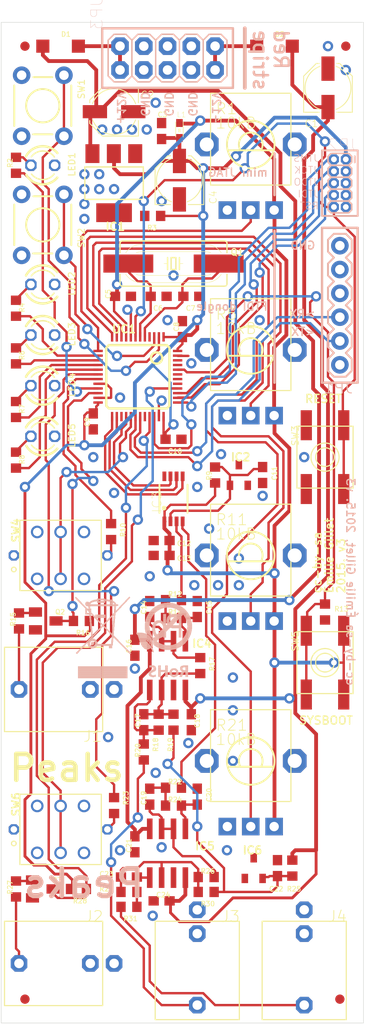
<source format=kicad_pcb>
(kicad_pcb (version 20211014) (generator pcbnew)
  (layers (0 "F.Cu" signal) (31 "B.Cu" signal) (34 "B.Paste" user) (35 "F.Paste" user) (36 "B.SilkS" user "B.Silkscreen") (37 "F.SilkS" user "F.Silkscreen") (38 "B.Mask" user) (39 "F.Mask" user) (44 "Edge.Cuts" user))
  (net 0 "")
  (net 1 "GND")
  (net 2 "+3V3")
  (net 3 "N$7")
  (net 4 "N$8")
  (net 5 "BOOT_FLASH")
  (net 6 "RESET")
  (net 7 "JTDI")
  (net 8 "JTDO")
  (net 9 "JTCK")
  (net 10 "JTMS")
  (net 11 "DAC_SS")
  (net 12 "DAC_MOSI")
  (net 13 "DAC_SCK")
  (net 14 "TRIG_1")
  (net 15 "VCC")
  (net 16 "N$57")
  (net 17 "N$66")
  (net 18 "VEE")
  (net 19 "N$56")
  (net 20 "N$64")
  (net 21 "+3V3_A")
  (net 22 "POT_2")
  (net 23 "SW_MODE")
  (net 24 "SW_DUAL")
  (net 25 "N$3")
  (net 26 "N$4")
  (net 27 "N$5")
  (net 28 "N$6")
  (net 29 "N$10")
  (net 30 "N$11")
  (net 31 "N$12")
  (net 32 "N$13")
  (net 33 "AREF_2.5")
  (net 34 "A")
  (net 35 "B")
  (net 36 "N$2")
  (net 37 "N$9")
  (net 38 "N$16")
  (net 39 "N$17")
  (net 40 "N$18")
  (net 41 "N$1")
  (net 42 "N$14")
  (net 43 "TRIG_2")
  (net 44 "SW_TRIG_1")
  (net 45 "SW_TRIG_2")
  (net 46 "RX")
  (net 47 "TX")
  (net 48 "AREF_-10")
  (net 49 "N$42")
  (net 50 "N$43")
  (net 51 "N$45")
  (net 52 "BI_OUT")
  (net 53 "F_CV")
  (net 54 "N$15")
  (net 55 "N$20")
  (net 56 "N$21")
  (net 57 "BI_OUT1")
  (net 58 "F_CV1")
  (net 59 "POT_1")
  (net 60 "POT_3")
  (net 61 "POT_4")
  (net 62 "N$19")
  (net 63 "N$24")
  (net 64 "N$22")
  (footprint "peaks_v30:ALPS_POT_VERTICAL_PS" (layer "F.Cu") (at 155.8136 64.6811 180)
    (fp_text reference "R1")
    (fp_text value "10kB")
  )
  (footprint "peaks_v30:LED3MM" (layer "F.Cu") (at 133.5886 66.9036)
    (fp_text reference "LED1")
    (fp_text value "")
  )
  (footprint "peaks_v30:R0603" (layer "F.Cu") (at 130.7311 98.3361 -90)
    (fp_text reference "R8")
    (fp_text value "100")
  )
  (footprint "peaks_v30:R0603" (layer "F.Cu") (at 145.9711 126.2761 90)
    (fp_text reference "R18")
    (fp_text value "249k")
  )
  (footprint "peaks_v30:0603" (layer "F.Cu") (at 148.1936 63.0936 90)
    (fp_text reference "L1")
    (fp_text value "")
  )
  (footprint "peaks_v30:ALPS_POT_VERTICAL_PS" (layer "F.Cu") (at 155.8136 86.5886 180)
    (fp_text reference "R5")
    (fp_text value "10kB")
  )
  (footprint "peaks_v30:R0603" (layer "F.Cu") (at 130.7311 66.9036 -90)
    (fp_text reference "R2")
    (fp_text value "100")
  )
  (footprint "peaks_v30:LP4OA1PBCT" (layer "F.Cu") (at 135.4936 137.7061)
    (fp_text reference "SW6")
    (fp_text value "LP4OA1PBCT" hide)
  )
  (footprint "peaks_v30:SOT23-BEC" (layer "F.Cu") (at 133.9061 115.4811 -90)
    (fp_text reference "Q2")
    (fp_text value "MMBT3904")
  )
  (footprint "peaks_v30:R0603" (layer "F.Cu") (at 142.7961 145.9611)
    (fp_text reference "R31")
    (fp_text value "1.0k")
  )
  (footprint "peaks_v30:HC49UP" (layer "F.Cu") (at 147.5586 77.3811)
    (fp_text reference "Q1")
    (fp_text value "8MHz")
  )
  (footprint "peaks_v30:DBZ_R-PDSO-G3" (layer "F.Cu") (at 154.5436 99.9236)
    (fp_text reference "IC2")
    (fp_text value "LM4040B25")
  )
  (footprint "peaks_v30:R0603" (layer "F.Cu") (at 147.5586 133.2611)
    (fp_text reference "R22")
    (fp_text value "39k")
  )
  (footprint "peaks_v30:LED3MM" (layer "F.Cu") (at 133.5886 95.7961)
    (fp_text reference "LED5")
    (fp_text value "")
  )
  (footprint "peaks_v30:C0603" (layer "F.Cu") (at 146.2886 106.9086 180)
    (fp_text reference "C12")
    (fp_text value "100n")
  )
  (footprint "peaks_v30:SOT223" (layer "F.Cu") (at 141.2086 68.8086 180)
    (fp_text reference "IC1")
    (fp_text value "LM1117-3.3")
  )
  (footprint "peaks_v30:C0603" (layer "F.Cu") (at 147.5586 96.1136)
    (fp_text reference "C10")
    (fp_text value "100n")
  )
  (footprint "peaks_v30:SO08" (layer "F.Cu") (at 146.9236 120.2436)
    (fp_text reference "IC4")
    (fp_text value "OPA2171")
  )
  (footprint "peaks_v30:DBZ_R-PDSO-G3" (layer "F.Cu") (at 156.1311 141.8336)
    (fp_text reference "IC6")
    (fp_text value "LM4040B10")
  )
  (footprint "peaks_v30:R0603" (layer "F.Cu") (at 137.3986 144.0561 180)
    (fp_text reference "R28")
    (fp_text value "10k")
  )
  (footprint "peaks_v30:R0603" (layer "F.Cu") (at 151.0511 142.7861)
    (fp_text reference "R26")
    (fp_text value "39k")
  )
  (footprint "peaks_v30:R0603" (layer "F.Cu") (at 147.5586 115.1636 180)
    (fp_text reference "R14")
    (fp_text value "39k")
  )
  (footprint "peaks_v30:R0603" (layer "F.Cu") (at 145.3361 72.3011)
    (fp_text reference "R3")
    (fp_text value "10k")
  )
  (footprint "peaks_v30:LQFP48" (layer "F.Cu") (at 143.7486 89.4461 180)
    (fp_text reference "UC1")
    (fp_text value "STM32F103CBT6")
  )
  (footprint "peaks_v30:R0603" (layer "F.Cu") (at 142.7961 144.3736 180)
    (fp_text reference "R29")
    (fp_text value "249k")
  )
  (footprint "peaks_v30:SO08" (layer "F.Cu") (at 146.9236 140.2461)
    (fp_text reference "IC5")
    (fp_text value "OPA2171")
  )
  (footprint "peaks_v30:C0603" (layer "F.Cu") (at 143.4311 139.2936 -90)
    (fp_text reference "C21")
    (fp_text value "100n")
  )
  (footprint "peaks_v30:R0603" (layer "F.Cu") (at 160.2586 141.8336 -90)
    (fp_text reference "R25")
    (fp_text value "3.3k")
  )
  (footprint "peaks_v30:SOT23-BEC" (layer "F.Cu") (at 133.5886 144.0561 -90)
    (fp_text reference "Q3")
    (fp_text value "MMBT3904")
  )
  (footprint "peaks_v30:C0603" (layer "F.Cu") (at 146.2886 108.4961 180)
    (fp_text reference "C13")
    (fp_text value "3.3u")
  )
  (footprint "peaks_v30:FIDUCIAL-1X2" (layer "F.Cu") (at 131.6836 155.8036)
    (fp_text reference "F3" hide)
    (fp_text value "FIDUCIAL1X2" hide)
  )
  (footprint "peaks_v30:R0603" (layer "F.Cu") (at 130.7311 82.1436 -90)
    (fp_text reference "R4")
    (fp_text value "100")
  )
  (footprint "peaks_v30:C0603" (layer "F.Cu") (at 150.0986 114.2111 90)
    (fp_text reference "C15")
    (fp_text value "220p")
  )
  (footprint "peaks_v30:C0603" (layer "F.Cu") (at 142.1611 80.8736)
    (fp_text reference "C5")
    (fp_text value "100n")
  )
  (footprint "peaks_v30:EVQ-Q2" (layer "F.Cu") (at 163.7511 98.0186 -90)
    (fp_text reference "SW3")
    (fp_text value "")
  )
  (footprint "peaks_v30:WQP_PJ_301M6" (layer "F.Cu") (at 135.4936 151.9936 90)
    (fp_text reference "J2")
    (fp_text value "PJ301_THONKICONN6" hide)
  )
  (footprint "peaks_v30:R0603" (layer "F.Cu") (at 137.7161 115.4811)
    (fp_text reference "R16")
    (fp_text value "10k")
  )
  (footprint "peaks_v30:WQP_PJ_301M6" (layer "F.Cu") (at 135.4936 122.7836 90)
    (fp_text reference "J1")
    (fp_text value "PJ301_THONKICONN6" hide)
  )
  (footprint "peaks_v30:LED3MM" (layer "F.Cu") (at 133.5886 90.3986)
    (fp_text reference "LED4")
    (fp_text value "")
  )
  (footprint "peaks_v30:FIDUCIAL-1X2" (layer "F.Cu") (at 165.9736 54.2036)
    (fp_text reference "F2" hide)
    (fp_text value "FIDUCIAL1X2" hide)
  )
  (footprint "peaks_v30:C0603" (layer "F.Cu") (at 145.0186 134.2136 -90)
    (fp_text reference "C19")
    (fp_text value "220p")
  )
  (footprint "peaks_v30:C0603" (layer "F.Cu") (at 148.5111 84.3661 90)
    (fp_text reference "C8")
    (fp_text value "100n")
  )
  (footprint "peaks_v30:C0603" (layer "F.Cu") (at 149.4636 80.8736 180)
    (fp_text reference "C7")
    (fp_text value "18p")
  )
  (footprint "peaks_v30:R0603" (layer "F.Cu") (at 147.5586 113.2586)
    (fp_text reference "R12")
    (fp_text value "39k")
  )
  (footprint "peaks_v30:R0603" (layer "F.Cu") (at 141.2086 135.1661 90)
    (fp_text reference "R23")
    (fp_text value "33")
  )
  (footprint "peaks_v30:LED3MM" (layer "F.Cu") (at 133.5886 79.6036)
    (fp_text reference "LED2")
    (fp_text value "")
  )
  (footprint "peaks_v30:C0603" (layer "F.Cu") (at 149.4636 126.2761 90)
    (fp_text reference "C18")
    (fp_text value "100n")
  )
  (footprint "peaks_v30:R0603" (layer "F.Cu") (at 130.7311 87.2236 -90)
    (fp_text reference "R6")
    (fp_text value "100")
  )
  (footprint "peaks_v30:C0603" (layer "F.Cu") (at 150.0986 134.2136 90)
    (fp_text reference "C20")
    (fp_text value "220p")
  )
  (footprint "peaks_v30:C0603" (layer "F.Cu") (at 158.6711 141.8336 90)
    (fp_text reference "C22")
    (fp_text value "470n")
  )
  (footprint "peaks_v30:ALPS_POT_VERTICAL_PS" (layer "F.Cu") (at 155.8136 130.4036 180)
    (fp_text reference "R21")
    (fp_text value "10kB")
  )
  (footprint "peaks_v30:LP4OA1PBCT" (layer "F.Cu") (at 135.4936 108.4961)
    (fp_text reference "SW4")
    (fp_text value "LP4OA1PBCT" hide)
  )
  (footprint "peaks_v30:R0603" (layer "F.Cu") (at 152.0036 99.9236 90)
    (fp_text reference "R9")
    (fp_text value "3.3k")
  )
  (footprint "peaks_v30:C0603" (layer "F.Cu") (at 146.2886 63.2523 90)
    (fp_text reference "C3")
    (fp_text value "100n")
  )
  (footprint "peaks_v30:C0603" (layer "F.Cu") (at 144.3836 126.2761 -90)
    (fp_text reference "C17")
    (fp_text value "18p")
  )
  (footprint "peaks_v30:C0603" (layer "F.Cu") (at 146.2886 145.3261)
    (fp_text reference "C24")
    (fp_text value "100n")
  )
  (footprint "peaks_v30:MSOP-8" (layer "F.Cu") (at 147.5586 102.4636)
    (fp_text reference "IC3")
    (fp_text value "DAC8552")
  )
  (footprint "peaks_v30:R0603" (layer "F.Cu") (at 150.4161 120.2436 90)
    (fp_text reference "R17")
    (fp_text value "39k")
  )
  (footprint "peaks_v30:R0603" (layer "F.Cu") (at 130.7311 92.9386 -90)
    (fp_text reference "R7")
    (fp_text value "100")
  )
  (footprint "peaks_v30:WQP_PJ_301M6" (layer "F.Cu") (at 161.5286 151.9936 180)
    (fp_text reference "J4")
    (fp_text value "PJ301_THONKICONN6" hide)
  )
  (footprint "peaks_v30:EVQ-Q2" (layer "F.Cu") (at 163.7511 119.9261 -90)
    (fp_text reference "SW5")
    (fp_text value "")
  )
  (footprint "peaks_v30:FIDUCIAL-1X2" (layer "F.Cu") (at 131.6836 54.2036)
    (fp_text reference "F1" hide)
    (fp_text value "FIDUCIAL1X2" hide)
  )
  (footprint "peaks_v30:C0603" (layer "F.Cu") (at 143.4311 118.3386 -90)
    (fp_text reference "C16")
    (fp_text value "100n")
  )
  (footprint "peaks_v30:ALPS_POT_VERTICAL_PS" (layer "F.Cu") (at 155.8136 108.4961 180)
    (fp_text reference "R11")
    (fp_text value "10kB")
  )
  (footprint "peaks_v30:C0603" (layer "F.Cu") (at 145.9711 80.8736 180)
    (fp_text reference "C6")
    (fp_text value "18p")
  )
  (footprint "peaks_v30:WQP_PJ_301M6" (layer "F.Cu") (at 150.0986 151.9936 180)
    (fp_text reference "J3")
    (fp_text value "PJ301_THONKICONN6" hide)
  )
  (footprint "peaks_v30:R0603" (layer "F.Cu") (at 147.5586 126.2761 -90)
    (fp_text reference "R19")
    (fp_text value "309k")
  )
  (footprint "peaks_v30:R0603" (layer "F.Cu") (at 151.0511 144.3736)
    (fp_text reference "R30")
    (fp_text value "309k")
  )
  (footprint "peaks_v30:TACTILE-PTH" (layer "F.Cu") (at 133.5886 60.5536 90)
    (fp_text reference "SW1")
    (fp_text value "" hide)
  )
  (footprint "peaks_v30:PANASONIC_C" (layer "F.Cu") (at 164.0686 58.6486 90)
    (fp_text reference "C1")
    (fp_text value "22u")
  )
  (footprint "peaks_v30:PANASONIC_C" (layer "F.Cu") (at 148.1936 68.4911 90)
    (fp_text reference "C4")
    (fp_text value "22u")
  )
  (footprint "peaks_v30:LED3MM" (layer "F.Cu") (at 133.5886 85.0011)
    (fp_text reference "LED3")
    (fp_text value "")
  )
  (footprint "peaks_v30:C0603" (layer "F.Cu") (at 138.9861 94.2086 -90)
    (fp_text reference "C9")
    (fp_text value "100n")
  )
  (footprint "peaks_v30:R0603" (layer "F.Cu") (at 147.5586 135.1661 180)
    (fp_text reference "R24")
    (fp_text value "39k")
  )
  (footprint "peaks_v30:TACTILE-PTH" (layer "F.Cu") (at 133.5886 73.2536 90)
    (fp_text reference "SW2")
    (fp_text value "" hide)
  )
  (footprint "peaks_v30:FIDUCIAL-1X2" (layer "F.Cu") (at 165.3386 155.8036)
    (fp_text reference "F4" hide)
    (fp_text value "FIDUCIAL1X2" hide)
  )
  (footprint "peaks_v30:C0603" (layer "F.Cu") (at 142.7961 142.7861)
    (fp_text reference "C23")
    (fp_text value "18p")
  )
  (footprint "peaks_v30:R0603" (layer "F.Cu") (at 131.0486 115.4811 90)
    (fp_text reference "R15")
    (fp_text value "100k")
  )
  (footprint "peaks_v30:R0603" (layer "F.Cu") (at 163.7511 114.5286 90)
    (fp_text reference "R13")
    (fp_text value "10k")
  )
  (footprint "peaks_v30:C0603" (layer "F.Cu") (at 145.0186 114.2111 -90)
    (fp_text reference "C14")
    (fp_text value "220p")
  )
  (footprint "peaks_v30:R0603" (layer "F.Cu") (at 130.7311 144.0561 90)
    (fp_text reference "R27")
    (fp_text value "100k")
  )
  (footprint "peaks_v30:R0603" (layer "F.Cu") (at 144.3836 129.4511 90)
    (fp_text reference "R20")
    (fp_text value "1.0k")
  )
  (footprint "peaks_v30:C0603" (layer "F.Cu") (at 157.0836 99.9236 -90)
    (fp_text reference "C11")
    (fp_text value "470n")
  )
  (footprint "peaks_v30:R0603" (layer "F.Cu") (at 140.8911 105.9561 90)
    (fp_text reference "R10")
    (fp_text value "33")
  )
  (footprint "peaks_v30:PANASONIC_C" (layer "F.Cu") (at 141.2086 61.1886 180)
    (fp_text reference "C2")
    (fp_text value "22u")
  )
  (footprint "peaks_v30:SOD123" (layer "F.Cu") (at 158.3536 54.2036)
    (fp_text reference "D2")
    (fp_text value "1N5819HW")
  )
  (footprint "peaks_v30:SOD123" (layer "F.Cu") (at 135.4936 54.2036)
    (fp_text reference "D1")
    (fp_text value "1N5819HW")
  )
  (footprint "peaks_v30:2X5-1.27" (layer "B.Cu") (at 164.7036 70.0786 180)
    (fp_text reference "JP2")
    (fp_text value "M05X2MINIJTAG" hide)
  )
  (footprint "peaks_v30:1X06" (layer "B.Cu") (at 165.3386 75.4761 -90)
    (fp_text reference "JP1")
    (fp_text value "")
  )
  (footprint "peaks_v30:ROHS" (layer "B.Cu") (at 150.4161 122.1486 180)
    (fp_text reference "U$2" hide)
    (fp_text value "" hide)
  )
  (footprint "peaks_v30:AVR_ICSP" (layer "B.Cu") (at 146.9236 55.4736 -90)
    (fp_text reference "JP3")
    (fp_text value "M05X2PTH" hide)
  )
  (gr_line (start 163.4336 73.5711) (end 163.4336 90.0811) (layer "B.SilkS") (width 0.254))
  (gr_line (start 167.2436 73.5711) (end 163.4336 73.5711) (layer "B.SilkS") (width 0.254))
  (gr_line (start 139.9386 58.6486) (end 153.9086 58.6486) (layer "B.SilkS") (width 0.254))
  (gr_line (start 163.4336 72.3011) (end 167.2436 72.3011) (layer "B.SilkS") (width 0.2032))
  (gr_line (start 163.4336 90.0811) (end 167.2436 90.0811) (layer "B.SilkS") (width 0.254))
  (gr_line (start 153.9086 52.2986) (end 139.9386 52.2986) (layer "B.SilkS") (width 0.254))
  (gr_line (start 153.9086 58.6486) (end 153.9086 52.2986) (layer "B.SilkS") (width 0.254))
  (gr_line (start 163.4336 65.3161) (end 163.4336 72.3011) (layer "B.SilkS") (width 0.2032))
  (gr_line (start 167.2436 90.0811) (end 167.2436 73.5711) (layer "B.SilkS") (width 0.254))
  (gr_line (start 158.3536 70.0786) (end 158.3536 65.6336) (layer "B.SilkS") (width 0.254))
  (gr_line (start 167.2436 65.3161) (end 163.4336 65.3161) (layer "B.SilkS") (width 0.2032))
  (gr_line (start 167.2436 72.3011) (end 167.2436 65.3161) (layer "B.SilkS") (width 0.2032))
  (gr_line (start 155.1786 52.2986) (end 155.1786 58.6486) (layer "B.SilkS") (width 0.4064))
  (gr_line (start 139.9386 52.2986) (end 139.9386 58.6486) (layer "B.SilkS") (width 0.254))
  (gr_line (start 158.3536 90.0811) (end 158.3536 73.8886) (layer "B.SilkS") (width 0.254))
  (gr_line (start 129.1436 158.3436) (end 167.8586 158.3436) (layer "Edge.Cuts") (width 0.05))
  (gr_line (start 129.1436 51.6636) (end 129.1436 158.3436) (layer "Edge.Cuts") (width 0.05))
  (gr_line (start 167.8586 158.3436) (end 167.8586 51.6636) (layer "Edge.Cuts") (width 0.05))
  (gr_line (start 167.8586 51.6636) (end 129.1436 51.6636) (layer "Edge.Cuts") (width 0.05))
  (gr_text "JTCK" (at 163.1161 67.8561) (layer "B.SilkS") (effects (font (size 0.747776 0.747776) (thickness 0.065024)) (justify left bottom mirror)))
  (gr_text "RST" (at 163.1161 71.6661) (layer "B.SilkS") (effects (font (size 0.747776 0.747776) (thickness 0.065024)) (justify left bottom mirror)))
  (gr_text "JTMS" (at 163.1161 66.5861) (layer "B.SilkS") (effects (font (size 0.747776 0.747776) (thickness 0.065024)) (justify left bottom mirror)))
  (gr_text "+12V" (at 142.4786 58.9661 -90) (layer "B.SilkS") (effects (font (size 0.8636 0.8636) (thickness 0.1524)) (justify right top mirror)))
  (gr_text "-12V" (at 152.6386 58.9661 -90) (layer "B.SilkS") (effects (font (size 0.8636 0.8636) (thickness 0.1524)) (justify right top mirror)))
  (gr_text ">RX" (at 162.7986 83.2549) (layer "B.SilkS") (effects (font (size 0.8636 0.8636) (thickness 0.1524)) (justify left bottom mirror)))
  (gr_text "GND" (at 147.5586 58.9661 -90) (layer "B.SilkS") (effects (font (size 0.8636 0.8636) (thickness 0.1524)) (justify right top mirror)))
  (gr_text "cc-by-sa Émilie Gillet, 2015. v3" (at 165.9736 122.4661 -90) (layer "B.SilkS") (effects (font (size 0.8636 0.8636) (thickness 0.1524)) (justify left bottom mirror)))
  (gr_text "JTDI" (at 163.1161 70.3961) (layer "B.SilkS") (effects (font (size 0.747776 0.747776) (thickness 0.065024)) (justify left bottom mirror)))
  (gr_text "JTDO" (at 163.1161 69.1261) (layer "B.SilkS") (effects (font (size 0.747776 0.747776) (thickness 0.065024)) (justify left bottom mirror)))
  (gr_text "GND" (at 145.0186 58.9661 -90) (layer "B.SilkS") (effects (font (size 0.8636 0.8636) (thickness 0.1524)) (justify right top mirror)))
  (gr_text "mini JTAG" (at 157.7186 68.1736) (layer "B.SilkS") (effects (font (size 0.8636 0.8636) (thickness 0.1524)) (justify left bottom mirror)))
  (gr_text "FTDI dongle" (at 157.7186 82.4611) (layer "B.SilkS") (effects (font (size 0.8636 0.8636) (thickness 0.1524)) (justify left bottom mirror)))
  (gr_text "stripe" (at 157.7186 52.2986 -90) (layer "B.SilkS") (effects (font (size 1.5113 1.5113) (thickness 0.2667)) (justify right top mirror)))
  (gr_text "GND" (at 162.7986 75.9524) (layer "B.SilkS") (effects (font (size 0.8636 0.8636) (thickness 0.1524)) (justify left bottom mirror)))
  (gr_text "<TX" (at 162.7986 85.1599) (layer "B.SilkS") (effects (font (size 0.8636 0.8636) (thickness 0.1524)) (justify left bottom mirror)))
  (gr_text "GND" (at 150.0986 58.9661 -90) (layer "B.SilkS") (effects (font (size 0.8636 0.8636) (thickness 0.1524)) (justify right top mirror)))
  (gr_text "Peaks" (at 144.7011 145.1673) (layer "B.SilkS") (effects (font (size 2.91465 2.91465) (thickness 0.51435)) (justify left bottom mirror)))
  (gr_text "Red" (at 159.9411 52.2986 -90) (layer "B.SilkS") (effects (font (size 1.5113 1.5113) (thickness 0.2667)) (justify right top mirror)))
  (gr_text "RESET" (at 161.5286 92.3036) (layer "F.SilkS") (effects (font (size 0.8636 0.8636) (thickness 0.1524)) (justify left bottom)))
  (gr_text "2015. v3" (at 165.9736 112.6236 90) (layer "F.SilkS") (effects (font (size 0.8636 0.8636) (thickness 0.1524)) (justify left bottom)))
  (gr_text "SYSBOOT" (at 160.8936 126.5936) (layer "F.SilkS") (effects (font (size 0.8636 0.8636) (thickness 0.1524)) (justify left bottom)))
  (gr_text "Émilie Gillet" (at 164.7036 112.6236 90) (layer "F.SilkS") (effects (font (size 0.8636 0.8636) (thickness 0.1524)) (justify left bottom)))
  (gr_text "Peaks" (at 129.7786 132.7849) (layer "F.SilkS") (effects (font (size 2.76352 2.76352) (thickness 0.48768)) (justify left bottom)))
  (gr_text "cc-by-sa" (at 163.4336 112.6236 90) (layer "F.SilkS") (effects (font (size 0.8636 0.8636) (thickness 0.1524)) (justify left bottom)))
  (segment (start 140.8911 90.7161) (end 140.8911 91.6686) (width 0.254) (layer "F.Cu") (net 1))
  (segment (start 140.3711 90.1961) (end 140.8911 90.7161) (width 0.254) (layer "F.Cu") (net 1))
  (segment (start 145.9986 92.2761) (end 146.2886 91.9861) (width 0.254) (layer "F.Cu") (net 1))
  (segment (start 140.8636 91.6961) (end 139.4986 91.6961) (width 0.254) (layer "F.Cu") (net 1))
  (segment (start 142.9986 82.6635) (end 142.6374 82.3023) (width 0.254) (layer "F.Cu") (net 1))
  (segment (start 147.9986 87.1961) (end 148.0261 87.2236) (width 0.254) (layer "F.Cu") (net 1))
  (segment (start 140.8911 91.6686) (end 140.8636 91.6961) (width 0.254) (layer "F.Cu") (net 1))
  (segment (start 148.0261 87.2236) (end 149.1461 87.2236) (width 0.254) (layer "F.Cu") (net 1))
  (segment (start 145.9986 93.6961) (end 145.9986 92.2761) (width 0.254) (layer "F.Cu") (net 1))
  (segment (start 142.9986 85.1961) (end 142.9986 82.6635) (width 0.254) (layer "F.Cu") (net 1))
  (segment (start 139.4986 90.1961) (end 140.3711 90.1961) (width 0.254) (layer "F.Cu") (net 1))
  (via (at 143.1136 63.0936) (size 1.108) (drill 0.6) (layers "F.Cu" "B.Cu") (net 1))
  (via (at 154.5436 111.6711) (size 1.108) (drill 0.6) (layers "F.Cu" "B.Cu") (net 1))
  (via (at 138.0336 69.4436) (size 1.108) (drill 0.6) (layers "F.Cu" "B.Cu") (net 1))
  (via (at 153.2736 139.9286) (size 1.108) (drill 0.6) (layers "F.Cu" "B.Cu") (net 1))
  (via (at 161.5286 98.0186) (size 1.108) (drill 0.6) (layers "F.Cu" "B.Cu") (net 1))
  (via (at 146.2886 70.7136) (size 1.108) (drill 0.6) (layers "F.Cu" "B.Cu") (net 1))
  (via (at 156.7661 83.4136) (size 1.108) (drill 0.6) (layers "F.Cu" "B.Cu") (net 1))
  (via (at 143.4311 120.5611) (size 1.108) (drill 0.6) (layers "F.Cu" "B.Cu") (net 1))
  (via (at 154.5436 108.8136) (size 1.108) (drill 0.6) (layers "F.Cu" "B.Cu") (net 1))
  (via (at 146.2886 139.6111) (size 1.108) (drill 0.6) (layers "F.Cu" "B.Cu") (net 1))
  (via (at 141.2086 101.8286) (size 1.108) (drill 0.6) (layers "F.Cu" "B.Cu") (net 1))
  (via (at 141.5261 63.0936) (size 1.108) (drill 0.6) (layers "F.Cu" "B.Cu") (net 1))
  (via (at 138.9861 98.0186) (size 1.108) (drill 0.6) (layers "F.Cu" "B.Cu") (net 1))
  (via (at 140.5736 127.8636) (size 1.108) (drill 0.6) (layers "F.Cu" "B.Cu") (net 1))
  (via (at 146.2886 91.9861) (size 1.108) (drill 0.6) (layers "F.Cu" "B.Cu") (net 1))
  (via (at 139.6211 69.4436) (size 1.108) (drill 0.6) (layers "F.Cu" "B.Cu") (net 1))
  (via (at 145.3361 146.9136) (size 1.108) (drill 0.6) (layers "F.Cu" "B.Cu") (net 1))
  (via (at 139.9386 63.0936) (size 1.108) (drill 0.6) (layers "F.Cu" "B.Cu") (net 1))
  (via (at 153.9086 121.5136) (size 1.108) (drill 0.6) (layers "F.Cu" "B.Cu") (net 1))
  (via (at 141.8436 91.6686) (size 1.108) (drill 0.6) (layers "F.Cu" "B.Cu") (net 1))
  (via (at 146.9236 83.4136) (size 1.108) (drill 0.6) (layers "F.Cu" "B.Cu") (net 1))
  (via (at 157.0836 102.1461) (size 1.108) (drill 0.6) (layers "F.Cu" "B.Cu") (net 1))
  (via (at 145.0186 110.7186) (size 1.108) (drill 0.6) (layers "F.Cu" "B.Cu") (net 1))
  (via (at 149.4636 88.0173) (size 1.108) (drill 0.6) (layers "F.Cu" "B.Cu") (net 1))
  (via (at 145.6536 60.2361) (size 1.108) (drill 0.6) (layers "F.Cu" "B.Cu") (net 1))
  (via (at 138.0336 71.0311) (size 1.108) (drill 0.6) (layers "F.Cu" "B.Cu") (net 1))
  (via (at 150.0986 101.1936) (size 1.108) (drill 0.6) (layers "F.Cu" "B.Cu") (net 1))
  (via (at 147.5586 78.6511) (size 1.108) (drill 0.6) (layers "F.Cu" "B.Cu") (net 1))
  (via (at 144.7011 63.0936) (size 1.108) (drill 0.6) (layers "F.Cu" "B.Cu") (net 1))
  (via (at 164.0686 54.2036) (size 1.108) (drill 0.6) (layers "F.Cu" "B.Cu") (net 1))
  (via (at 149.7811 111.6711) (size 1.108) (drill 0.6) (layers "F.Cu" "B.Cu") (net 1))
  (via (at 149.1461 128.4986) (size 1.108) (drill 0.6) (layers "F.Cu" "B.Cu") (net 1))
  (via (at 165.9736 56.7436) (size 1.108) (drill 0.6) (layers "F.Cu" "B.Cu") (net 1))
  (via (at 142.6374 82.3023) (size 1.108) (drill 0.6) (layers "F.Cu" "B.Cu") (net 1))
  (via (at 153.9086 125.0061) (size 1.108) (drill 0.6) (layers "F.Cu" "B.Cu") (net 1))
  (via (at 152.3211 111.6711) (size 1.108) (drill 0.6) (layers "F.Cu" "B.Cu") (net 1))
  (via (at 139.6211 67.8561) (size 1.108) (drill 0.6) (layers "F.Cu" "B.Cu") (net 1))
  (via (at 151.3686 105.6386) (size 1.108) (drill 0.6) (layers "F.Cu" "B.Cu") (net 1))
  (via (at 145.6536 131.6736) (size 1.108) (drill 0.6) (layers "F.Cu" "B.Cu") (net 1))
  (via (at 138.0336 72.6186) (size 1.108) (drill 0.6) (layers "F.Cu" "B.Cu") (net 1))
  (via (at 152.6386 97.7011) (size 1.108) (drill 0.6) (layers "F.Cu" "B.Cu") (net 1))
  (via (at 138.0336 67.8561) (size 1.108) (drill 0.6) (layers "F.Cu" "B.Cu") (net 1))
  (via (at 141.8436 139.9286) (size 1.108) (drill 0.6) (layers "F.Cu" "B.Cu") (net 1))
  (via (at 141.2086 69.4436) (size 1.108) (drill 0.6) (layers "F.Cu" "B.Cu") (net 1))
  (via (at 153.9086 130.4036) (size 1.108) (drill 0.6) (layers "F.Cu" "B.Cu") (net 1))
  (segment (start 136.5486 144.0561) (end 136.7636 143.8411) (width 0.3048) (layer "F.Cu") (net 2))
  (segment (start 133.9061 117.0686) (end 133.9061 113.5761) (width 0.3048) (layer "F.Cu") (net 2))
  (segment (start 150.0986 83.4136) (end 150.0986 84.3661) (width 0.4064) (layer "F.Cu") (net 2))
  (segment (start 147.5586 94.5261) (end 146.7086 95.3761) (width 0.254) (layer "F.Cu") (net 2))
  (segment (start 152.9561 67.2211) (end 154.2261 65.9511) (width 0.4064) (layer "F.Cu") (net 2))
  (segment (start 139.4986 92.4261) (end 139.4986 92.1961) (width 0.254) (layer "F.Cu") (net 2))
  (segment (start 132.3186 133.8961) (end 132.3186 118.9736) (width 0.3048) (layer "F.Cu") (net 2))
  (segment (start 133.9061 141.5161) (end 132.6361 141.5161) (width 0.3048) (layer "F.Cu") (net 2))
  (segment (start 141.8436 67.8561) (end 141.2086 67.2211) (width 0.4064) (layer "F.Cu") (net 2))
  (segment (start 146.1161 66.4411) (end 144.7011 67.8561) (width 0.4064) (layer "F.Cu") (net 2))
  (segment (start 144.7011 67.8561) (end 141.8436 67.8561) (width 0.4064) (layer "F.Cu") (net 2))
  (segment (start 141.2086 67.2211) (end 141.2086 65.6844) (width 0.4064) (layer "F.Cu") (net 2))
  (segment (start 138.0336 117.0686) (end 138.6686 116.4336) (width 0.3048) (layer "F.Cu") (net 2))
  (segment (start 148.7261 85.0011) (end 148.5111 85.2161) (width 0.4064) (layer "F.Cu") (net 2))
  (segment (start 139.3036 93.2561) (end 139.3036 92.6211) (width 0.254) (layer "F.Cu") (net 2))
  (segment (start 136.1286 142.4686) (end 134.8586 142.4686) (width 0.3048) (layer "F.Cu") (net 2))
  (segment (start 148.5111 85.2161) (end 148.5111 85.9536) (width 0.254) (layer "F.Cu") (net 2))
  (segment (start 148.5111 85.2161) (end 146.5186 85.2161) (width 0.254) (layer "F.Cu") (net 2))
  (segment (start 136.7636 143.8411) (end 136.7636 143.1036) (width 0.3048) (layer "F.Cu") (net 2))
  (segment (start 138.6686 115.5836) (end 138.5661 115.4811) (width 0.3048) (layer "F.Cu") (net 2))
  (segment (start 139.0886 93.2561) (end 138.9861 93.3586) (width 0.254) (layer "F.Cu") (net 2))
  (segment (start 148.1936 66.4411) (end 148.1936 63.9936) (width 0.4064) (layer "F.Cu") (net 2))
  (segment (start 141.2086 65.6844) (end 141.1832 65.659) (width 0.4064) (layer "F.Cu") (net 2))
  (segment (start 150.7336 67.2211) (end 152.9561 67.2211) (width 0.4064) (layer "F.Cu") (net 2))
  (segment (start 133.9061 113.5761) (end 131.6836 111.3536) (width 0.3048) (layer "F.Cu") (net 2))
  (segment (start 134.8586 142.4686) (end 133.9061 141.5161) (width 0.3048) (layer "F.Cu") (net 2))
  (segment (start 139.3036 92.6211) (end 139.4986 92.4261) (width 0.254) (layer "F.Cu") (net 2))
  (segment (start 148.1936 63.9936) (end 146.3973 63.9936) (width 0.4064) (layer "F.Cu") (net 2))
  (segment (start 146.4986 95.9036) (end 146.4986 93.6961) (width 0.254) (layer "F.Cu") (net 2))
  (segment (start 139.0886 93.2561) (end 139.3036 93.2561) (width 0.254) (layer "F.Cu") (net 2))
  (segment (start 150.7336 67.2211) (end 150.0986 67.2211) (width 0.4064) (layer "F.Cu") (net 2))
  (segment (start 149.3186 66.4411) (end 148.1936 66.4411) (width 0.4064) (layer "F.Cu") (net 2))
  (segment (start 148.1936 66.4411) (end 146.1161 66.4411) (width 0.4064) (layer "F.Cu") (net 2))
  (segment (start 138.0336 93.5736) (end 138.3511 93.2561) (width 0.254) (layer "F.Cu") (net 2))
  (segment (start 147.9986 86.4661) (end 147.9986 86.6961) (width 0.254) (layer "F.Cu") (net 2))
  (segment (start 150.0986 67.2211) (end 149.3186 66.4411) (width 0.4064) (layer "F.Cu") (net 2))
  (segment (start 150.0986 84.3661) (end 149.4636 85.0011) (width 0.4064) (layer "F.Cu") (net 2))
  (segment (start 136.7636 143.1036) (end 136.1286 142.4686) (width 0.3048) (layer "F.Cu") (net 2))
  (segment (start 131.6836 134.5311) (end 132.3186 133.8961) (width 0.3048) (layer "F.Cu") (net 2))
  (segment (start 149.4636 85.0011) (end 148.7261 85.0011) (width 0.4064) (layer "F.Cu") (net 2))
  (segment (start 148.5111 85.9536) (end 147.9986 86.4661) (width 0.254) (layer "F.Cu") (net 2))
  (segment (start 132.3186 118.9736) (end 133.9061 117.3861) (width 0.3048) (layer "F.Cu") (net 2))
  (segment (start 133.9061 117.0686) (end 138.0336 117.0686) (width 0.3048) (layer "F.Cu") (net 2))
  (segment (start 146.3973 63.9936) (end 146.2886 64.1023) (width 0.4064) (layer "F.Cu") (net 2))
  (segment (start 131.6836 111.3536) (end 131.6836 101.1936) (width 0.3048) (layer "F.Cu") (net 2))
  (segment (start 133.9061 117.3861) (end 133.9061 117.0686) (width 0.3048) (layer "F.Cu") (net 2))
  (segment (start 150.7336 72.3011) (end 146.1861 72.3011) (width 0.254) (layer "F.Cu") (net 2))
  (segment (start 146.5186 85.2161) (end 146.4986 85.1961) (width 0.254) (layer "F.Cu") (net 2))
  (segment (start 146.7086 95.3761) (end 146.7086 96.1136) (width 0.254) (layer "F.Cu") (net 2))
  (segment (start 131.6836 140.5636) (end 131.6836 134.5311) (width 0.3048) (layer "F.Cu") (net 2))
  (segment (start 138.6686 116.4336) (end 138.6686 115.5836) (width 0.3048) (layer "F.Cu") (net 2))
  (segment (start 146.7086 96.1136) (end 146.4986 95.9036) (width 0.254) (layer "F.Cu") (net 2))
  (segment (start 132.6361 141.5161) (end 131.6836 140.5636) (width 0.3048) (layer "F.Cu") (net 2))
  (segment (start 138.3511 93.2561) (end 139.0886 93.2561) (width 0.254) (layer "F.Cu") (net 2))
  (segment (start 138.0336 96.7486) (end 138.0336 93.5736) (width 0.254) (layer "F.Cu") (net 2))
  (via (at 150.0986 83.4136) (size 1.108) (drill 0.6) (layers "F.Cu" "B.Cu") (net 2))
  (via (at 147.5586 94.5261) (size 1.108) (drill 0.6) (layers "F.Cu" "B.Cu") (net 2))
  (via (at 150.7336 67.2211) (size 1.108) (drill 0.6) (layers "F.Cu" "B.Cu") (net 2))
  (via (at 131.6836 101.1936) (size 1.108) (drill 0.6) (layers "F.Cu" "B.Cu") (net 2))
  (via (at 154.2261 65.9511) (size 1.108) (drill 0.6) (layers "F.Cu" "B.Cu") (net 2))
  (via (at 138.0336 96.7486) (size 1.108) (drill 0.6) (layers "F.Cu" "B.Cu") (net 2))
  (via (at 150.7336 72.3011) (size 1.108) (drill 0.6) (layers "F.Cu" "B.Cu") (net 2))
  (segment (start 136.1286 96.7486) (end 138.0336 96.7486) (width 0.3048) (layer "B.Cu") (net 2))
  (segment (start 150.7336 82.7786) (end 150.7336 72.3011) (width 0.4064) (layer "B.Cu") (net 2))
  (segment (start 143.4311 93.2561) (end 143.4311 90.0811) (width 0.4064) (layer "B.Cu") (net 2))
  (segment (start 145.1774 88.3348) (end 145.4948 88.3348) (width 0.254) (layer "B.Cu") (net 2))
  (segment (start 150.7336 72.3011) (end 150.7336 67.2211) (width 0.4064) (layer "B.Cu") (net 2))
  (segment (start 138.0336 96.7486) (end 139.9386 96.7486) (width 0.4064) (layer "B.Cu") (net 2))
  (segment (start 165.9736 64.9986) (end 165.9736 66.2686) (width 0.4064) (layer "B.Cu") (net 2))
  (segment (start 139.9386 96.7486) (end 143.4311 93.2561) (width 0.4064) (layer "B.Cu") (net 2))
  (segment (start 145.1774 88.3348) (end 150.0986 83.4136) (width 0.4064) (layer "B.Cu") (net 2))
  (segment (start 147.2411 94.2086) (end 147.5586 94.5261) (width 0.254) (layer "B.Cu") (net 2))
  (segment (start 145.4948 88.3348) (end 147.2411 90.0811) (width 0.254) (layer "B.Cu") (net 2))
  (segment (start 150.0986 83.4136) (end 150.7336 82.7786) (width 0.4064) (layer "B.Cu") (net 2))
  (segment (start 147.2411 90.0811) (end 147.2411 94.2086) (width 0.254) (layer "B.Cu") (net 2))
  (segment (start 162.7986 61.8236) (end 165.9736 64.9986) (width 0.4064) (layer "B.Cu") (net 2))
  (segment (start 143.4311 90.0811) (end 145.1774 88.3348) (width 0.4064) (layer "B.Cu") (net 2))
  (segment (start 131.6836 101.1936) (end 136.1286 96.7486) (width 0.3048) (layer "B.Cu") (net 2))
  (segment (start 158.3536 61.8236) (end 162.7986 61.8236) (width 0.4064) (layer "B.Cu") (net 2))
  (segment (start 154.2261 65.9511) (end 158.3536 61.8236) (width 0.4064) (layer "B.Cu") (net 2))
  (segment (start 148.5111 80.9761) (end 148.6136 80.8736) (width 0.254) (layer "F.Cu") (net 3))
  (segment (start 152.3846 78.2701) (end 152.3846 77.3811) (width 0.254) (layer "F.Cu") (net 3))
  (segment (start 144.4986 84.2511) (end 146.6061 82.1436) (width 0.254) (layer "F.Cu") (net 3))
  (segment (start 148.5111 81.5086) (end 148.5111 80.9761) (width 0.254) (layer "F.Cu") (net 3))
  (segment (start 146.6061 82.1436) (end 147.8761 82.1436) (width 0.254) (layer "F.Cu") (net 3))
  (segment (start 144.4986 85.1961) (end 144.4986 84.2511) (width 0.254) (layer "F.Cu") (net 3))
  (segment (start 148.5111 79.6036) (end 149.1461 78.9686) (width 0.254) (layer "F.Cu") (net 3))
  (segment (start 147.8761 82.1436) (end 148.5111 81.5086) (width 0.254) (layer "F.Cu") (net 3))
  (segment (start 151.6861 78.9686) (end 152.3846 78.2701) (width 0.254) (layer "F.Cu") (net 3))
  (segment (start 149.1461 78.9686) (end 151.6861 78.9686) (width 0.254) (layer "F.Cu") (net 3))
  (segment (start 148.5111 80.7711) (end 148.5111 79.6036) (width 0.254) (layer "F.Cu") (net 3))
  (segment (start 148.6136 80.8736) (end 148.5111 80.7711) (width 0.254) (layer "F.Cu") (net 3))
  (segment (start 143.7486 79.2861) (end 142.7961 78.3336) (width 0.254) (layer "F.Cu") (net 4))
  (segment (start 142.7961 78.3336) (end 142.7961 77.4446) (width 0.254) (layer "F.Cu") (net 4))
  (segment (start 145.1211 82.6761) (end 145.1211 80.8736) (width 0.254) (layer "F.Cu") (net 4))
  (segment (start 143.9986 85.1961) (end 143.9986 83.7986) (width 0.254) (layer "F.Cu") (net 4))
  (segment (start 145.1211 79.7061) (end 144.7011 79.2861) (width 0.254) (layer "F.Cu") (net 4))
  (segment (start 143.9986 83.7986) (end 145.1211 82.6761) (width 0.254) (layer "F.Cu") (net 4))
  (segment (start 145.1211 80.8736) (end 145.1211 79.7061) (width 0.254) (layer "F.Cu") (net 4))
  (segment (start 144.7011 79.2861) (end 143.7486 79.2861) (width 0.254) (layer "F.Cu") (net 4))
  (segment (start 142.7961 77.4446) (end 142.7326 77.3811) (width 0.254) (layer "F.Cu") (net 4))
  (segment (start 162.1636 82.7786) (end 162.1636 81.5086) (width 0.254) (layer "F.Cu") (net 5))
  (segment (start 164.0686 84.6836) (end 162.1636 82.7786) (width 0.254) (layer "F.Cu") (net 5))
  (segment (start 148.9874 88.9698) (end 148.7137 88.6961) (width 0.254) (layer "F.Cu") (net 5))
  (segment (start 164.7036 111.3536) (end 164.7036 90.0811) (width 0.254) (layer "F.Cu") (net 5))
  (segment (start 155.4961 80.8736) (end 153.2736 83.0961) (width 0.254) (layer "F.Cu") (net 5))
  (segment (start 163.7511 113.6786) (end 163.7511 112.3061) (width 0.254) (layer "F.Cu") (net 5))
  (segment (start 163.7511 112.3061) (end 164.7036 111.3536) (width 0.254) (layer "F.Cu") (net 5))
  (segment (start 161.8461 116.4311) (end 161.8461 114.5286) (width 0.254) (layer "F.Cu") (net 5))
  (segment (start 164.7036 90.0811) (end 164.0686 89.4461) (width 0.254) (layer "F.Cu") (net 5))
  (segment (start 162.1636 81.5086) (end 162.7986 80.8736) (width 0.254) (layer "F.Cu") (net 5))
  (segment (start 162.6961 113.6786) (end 163.7511 113.6786) (width 0.254) (layer "F.Cu") (net 5))
  (segment (start 164.0686 89.4461) (end 164.0686 84.6836) (width 0.254) (layer "F.Cu") (net 5))
  (segment (start 153.2736 83.0961) (end 153.2736 87.5411) (width 0.254) (layer "F.Cu") (net 5))
  (segment (start 161.7511 116.5261) (end 161.8461 116.4311) (width 0.254) (layer "F.Cu") (net 5))
  (segment (start 161.7511 123.3261) (end 161.7511 116.5261) (width 0.254) (layer "F.Cu") (net 5))
  (segment (start 148.7137 88.6961) (end 147.9986 88.6961) (width 0.254) (layer "F.Cu") (net 5))
  (segment (start 153.2736 87.5411) (end 151.8449 88.9698) (width 0.254) (layer "F.Cu") (net 5))
  (segment (start 151.8449 88.9698) (end 148.9874 88.9698) (width 0.254) (layer "F.Cu") (net 5))
  (segment (start 161.8461 114.5286) (end 162.6961 113.6786) (width 0.254) (layer "F.Cu") (net 5))
  (via (at 155.4961 80.8736) (size 1.108) (drill 0.6) (layers "F.Cu" "B.Cu") (net 5))
  (via (at 162.7986 80.8736) (size 1.108) (drill 0.6) (layers "F.Cu" "B.Cu") (net 5))
  (segment (start 162.7986 80.8736) (end 155.4961 80.8736) (width 0.254) (layer "B.Cu") (net 5))
  (segment (start 163.1161 70.7136) (end 163.7511 71.3486) (width 0.254) (layer "F.Cu") (net 6))
  (segment (start 146.6061 68.4911) (end 153.9086 68.4911) (width 0.254) (layer "F.Cu") (net 6))
  (segment (start 143.4986 83.0286) (end 144.0661 82.4611) (width 0.254) (layer "F.Cu") (net 6))
  (segment (start 163.7511 71.3486) (end 164.7036 71.3486) (width 0.254) (layer "F.Cu") (net 6))
  (segment (start 166.9261 74.5236) (end 166.9261 89.7636) (width 0.254) (layer "F.Cu") (net 6))
  (segment (start 165.7511 94.6186) (end 165.7511 101.4186) (width 0.254) (layer "F.Cu") (net 6))
  (segment (start 165.7511 102.0511) (end 165.6561 102.1461) (width 0.254) (layer "F.Cu") (net 6))
  (segment (start 143.4986 85.1961) (end 143.4986 83.0286) (width 0.254) (layer "F.Cu") (net 6))
  (segment (start 144.3836 72.1986) (end 144.4861 72.3011) (width 0.254) (layer "F.Cu") (net 6))
  (segment (start 153.9086 68.4911) (end 155.1786 67.2211) (width 0.254) (layer "F.Cu") (net 6))
  (segment (start 163.7511 64.3636) (end 163.7511 65.9511) (width 0.254) (layer "F.Cu") (net 6))
  (segment (start 163.1161 66.5861) (end 163.1161 70.7136) (width 0.254) (layer "F.Cu") (net 6))
  (segment (start 165.7511 101.4186) (end 165.7511 102.0511) (width 0.254) (layer "F.Cu") (net 6))
  (segment (start 164.7036 71.3486) (end 164.7036 72.3011) (width 0.254) (layer "F.Cu") (net 6))
  (segment (start 163.7511 65.9511) (end 163.1161 66.5861) (width 0.254) (layer "F.Cu") (net 6))
  (segment (start 165.6561 94.5236) (end 165.7511 94.6186) (width 0.254) (layer "F.Cu") (net 6))
  (segment (start 144.3836 70.7136) (end 146.6061 68.4911) (width 0.254) (layer "F.Cu") (net 6))
  (segment (start 165.6561 91.0336) (end 165.6561 94.5236) (width 0.254) (layer "F.Cu") (net 6))
  (segment (start 164.7036 72.3011) (end 166.9261 74.5236) (width 0.254) (layer "F.Cu") (net 6))
  (segment (start 144.3836 70.7136) (end 144.3836 72.1986) (width 0.254) (layer "F.Cu") (net 6))
  (segment (start 166.9261 89.7636) (end 165.6561 91.0336) (width 0.254) (layer "F.Cu") (net 6))
  (via (at 144.3836 70.7136) (size 1.108) (drill 0.6) (layers "F.Cu" "B.Cu") (net 6))
  (via (at 163.7511 64.3636) (size 1.108) (drill 0.6) (layers "F.Cu" "B.Cu") (net 6))
  (via (at 155.1786 67.2211) (size 1.108) (drill 0.6) (layers "F.Cu" "B.Cu") (net 6))
  (via (at 144.0661 82.4611) (size 1.108) (drill 0.6) (layers "F.Cu" "B.Cu") (net 6))
  (segment (start 158.6711 62.4586) (end 161.8461 62.4586) (width 0.254) (layer "B.Cu") (net 6))
  (segment (start 155.4961 65.6336) (end 158.6711 62.4586) (width 0.254) (layer "B.Cu") (net 6))
  (segment (start 155.1786 67.2211) (end 155.4961 66.9036) (width 0.254) (layer "B.Cu") (net 6))
  (segment (start 161.8461 62.4586) (end 163.7511 64.3636) (width 0.254) (layer "B.Cu") (net 6))
  (segment (start 144.3836 82.1436) (end 144.3836 70.7136) (width 0.254) (layer "B.Cu") (net 6))
  (segment (start 155.4961 66.9036) (end 155.4961 65.6336) (width 0.254) (layer "B.Cu") (net 6))
  (segment (start 144.0661 82.4611) (end 144.3836 82.1436) (width 0.254) (layer "B.Cu") (net 6))
  (segment (start 152.4799 90.2398) (end 154.5436 88.1761) (width 0.254) (layer "F.Cu") (net 7))
  (segment (start 154.5436 88.1761) (end 154.5436 84.3661) (width 0.254) (layer "F.Cu") (net 7))
  (segment (start 150.8924 90.2398) (end 152.4799 90.2398) (width 0.254) (layer "F.Cu") (net 7))
  (segment (start 157.0836 81.8261) (end 157.0836 78.6511) (width 0.254) (layer "F.Cu") (net 7))
  (segment (start 148.0261 91.6686) (end 149.4636 91.6686) (width 0.254) (layer "F.Cu") (net 7))
  (segment (start 154.5436 84.3661) (end 157.0836 81.8261) (width 0.254) (layer "F.Cu") (net 7))
  (segment (start 157.0836 78.6511) (end 156.7661 78.3336) (width 0.254) (layer "F.Cu") (net 7))
  (segment (start 149.4636 91.6686) (end 150.8924 90.2398) (width 0.254) (layer "F.Cu") (net 7))
  (segment (start 147.9986 91.6961) (end 148.0261 91.6686) (width 0.254) (layer "F.Cu") (net 7))
  (via (at 156.7661 78.3336) (size 1.108) (drill 0.6) (layers "F.Cu" "B.Cu") (net 7))
  (segment (start 158.6711 75.4761) (end 160.8936 75.4761) (width 0.254) (layer "B.Cu") (net 7))
  (segment (start 164.0686 70.0786) (end 164.7036 70.0786) (width 0.254) (layer "B.Cu") (net 7))
  (segment (start 163.7511 70.3961) (end 164.0686 70.0786) (width 0.254) (layer "B.Cu") (net 7))
  (segment (start 156.7661 77.3811) (end 158.6711 75.4761) (width 0.254) (layer "B.Cu") (net 7))
  (segment (start 160.8936 75.4761) (end 163.7511 72.6186) (width 0.254) (layer "B.Cu") (net 7))
  (segment (start 156.7661 78.3336) (end 156.7661 77.3811) (width 0.254) (layer "B.Cu") (net 7))
  (segment (start 163.7511 72.6186) (end 163.7511 70.3961) (width 0.254) (layer "B.Cu") (net 7))
  (segment (start 156.4486 81.5086) (end 156.4486 79.9211) (width 0.254) (layer "F.Cu") (net 8))
  (segment (start 150.5748 89.6048) (end 152.1623 89.6048) (width 0.254) (layer "F.Cu") (net 8))
  (segment (start 153.9086 84.0486) (end 156.4486 81.5086) (width 0.254) (layer "F.Cu") (net 8))
  (segment (start 156.4486 79.9211) (end 156.1311 79.6036) (width 0.254) (layer "F.Cu") (net 8))
  (segment (start 152.1623 89.6048) (end 153.9086 87.8586) (width 0.254) (layer "F.Cu") (net 8))
  (segment (start 147.9986 91.1961) (end 148.9836 91.1961) (width 0.254) (layer "F.Cu") (net 8))
  (segment (start 153.9086 87.8586) (end 153.9086 84.0486) (width 0.254) (layer "F.Cu") (net 8))
  (segment (start 148.9836 91.1961) (end 150.5748 89.6048) (width 0.254) (layer "F.Cu") (net 8))
  (via (at 156.1311 79.6036) (size 1.108) (drill 0.6) (layers "F.Cu" "B.Cu") (net 8))
  (segment (start 156.1311 79.6036) (end 155.8136 79.2861) (width 0.254) (layer "B.Cu") (net 8))
  (segment (start 160.5761 74.8411) (end 163.1161 72.3011) (width 0.254) (layer "B.Cu") (net 8))
  (segment (start 155.8136 77.3811) (end 158.3536 74.8411) (width 0.254) (layer "B.Cu") (net 8))
  (segment (start 158.3536 74.8411) (end 160.5761 74.8411) (width 0.254) (layer "B.Cu") (net 8))
  (segment (start 163.1161 72.3011) (end 163.1161 69.7611) (width 0.254) (layer "B.Cu") (net 8))
  (segment (start 163.1161 69.7611) (end 164.0686 68.8086) (width 0.254) (layer "B.Cu") (net 8))
  (segment (start 155.8136 79.2861) (end 155.8136 77.3811) (width 0.254) (layer "B.Cu") (net 8))
  (segment (start 164.0686 68.8086) (end 164.7036 68.8086) (width 0.254) (layer "B.Cu") (net 8))
  (segment (start 149.0386 92.1961) (end 149.4636 92.6211) (width 0.254) (layer "F.Cu") (net 9))
  (segment (start 147.9986 92.1961) (end 149.0386 92.1961) (width 0.254) (layer "F.Cu") (net 9))
  (via (at 149.4636 92.6211) (size 1.108) (drill 0.6) (layers "F.Cu" "B.Cu") (net 9))
  (segment (start 149.4636 91.9861) (end 151.3686 90.0811) (width 0.254) (layer "B.Cu") (net 9))
  (segment (start 151.3686 90.0811) (end 153.2736 90.0811) (width 0.254) (layer "B.Cu") (net 9))
  (segment (start 164.0686 67.5386) (end 164.7036 67.5386) (width 0.254) (layer "B.Cu") (net 9))
  (segment (start 160.2586 74.2061) (end 162.4811 71.9836) (width 0.254) (layer "B.Cu") (net 9))
  (segment (start 154.2261 89.1286) (end 154.2261 80.5561) (width 0.254) (layer "B.Cu") (net 9))
  (segment (start 153.2736 90.0811) (end 154.2261 89.1286) (width 0.254) (layer "B.Cu") (net 9))
  (segment (start 158.0361 74.2061) (end 160.2586 74.2061) (width 0.254) (layer "B.Cu") (net 9))
  (segment (start 149.4636 92.6211) (end 149.4636 91.9861) (width 0.254) (layer "B.Cu") (net 9))
  (segment (start 155.1786 79.6036) (end 155.1786 77.0636) (width 0.254) (layer "B.Cu") (net 9))
  (segment (start 162.4811 71.9836) (end 162.4811 69.1261) (width 0.254) (layer "B.Cu") (net 9))
  (segment (start 155.1786 77.0636) (end 158.0361 74.2061) (width 0.254) (layer "B.Cu") (net 9))
  (segment (start 154.2261 80.5561) (end 155.1786 79.6036) (width 0.254) (layer "B.Cu") (net 9))
  (segment (start 162.4811 69.1261) (end 164.0686 67.5386) (width 0.254) (layer "B.Cu") (net 9))
  (segment (start 145.9711 97.0661) (end 149.1461 97.0661) (width 0.254) (layer "F.Cu") (net 10))
  (segment (start 145.4986 96.5936) (end 145.4986 93.6961) (width 0.254) (layer "F.Cu") (net 10))
  (segment (start 149.4636 96.7486) (end 149.4636 94.5261) (width 0.254) (layer "F.Cu") (net 10))
  (segment (start 149.1461 97.0661) (end 149.4636 96.7486) (width 0.254) (layer "F.Cu") (net 10))
  (segment (start 145.4986 96.5936) (end 145.9711 97.0661) (width 0.254) (layer "F.Cu") (net 10))
  (via (at 149.4636 94.5261) (size 1.108) (drill 0.6) (layers "F.Cu" "B.Cu") (net 10))
  (segment (start 148.5111 91.9861) (end 151.0511 89.4461) (width 0.254) (layer "B.Cu") (net 10))
  (segment (start 153.5911 80.2386) (end 154.5436 79.2861) (width 0.254) (layer "B.Cu") (net 10))
  (segment (start 151.0511 89.4461) (end 152.9561 89.4461) (width 0.254) (layer "B.Cu") (net 10))
  (segment (start 159.9411 73.5711) (end 161.8461 71.6661) (width 0.254) (layer "B.Cu") (net 10))
  (segment (start 154.5436 79.2861) (end 154.5436 76.7461) (width 0.254) (layer "B.Cu") (net 10))
  (segment (start 157.7186 73.5711) (end 159.9411 73.5711) (width 0.254) (layer "B.Cu") (net 10))
  (segment (start 153.5911 88.8111) (end 153.5911 80.2386) (width 0.254) (layer "B.Cu") (net 10))
  (segment (start 154.5436 76.7461) (end 157.7186 73.5711) (width 0.254) (layer "B.Cu") (net 10))
  (segment (start 161.8461 68.4911) (end 164.0686 66.2686) (width 0.254) (layer "B.Cu") (net 10))
  (segment (start 161.8461 71.6661) (end 161.8461 68.4911) (width 0.254) (layer "B.Cu") (net 10))
  (segment (start 152.9561 89.4461) (end 153.5911 88.8111) (width 0.254) (layer "B.Cu") (net 10))
  (segment (start 148.5111 93.5736) (end 148.5111 91.9861) (width 0.254) (layer "B.Cu") (net 10))
  (segment (start 149.4636 94.5261) (end 148.5111 93.5736) (width 0.254) (layer "B.Cu") (net 10))
  (segment (start 164.0686 66.2686) (end 164.7036 66.2686) (width 0.254) (layer "B.Cu") (net 10))
  (segment (start 140.2561 99.606) (end 142.6374 101.9873) (width 0.254) (layer "F.Cu") (net 11))
  (segment (start 140.9986 95.0536) (end 140.9986 93.6961) (width 0.254) (layer "F.Cu") (net 11))
  (segment (start 140.2561 99.606) (end 140.2561 95.7961) (width 0.254) (layer "F.Cu") (net 11))
  (segment (start 147.8761 101.9873) (end 148.5111 101.3523) (width 0.254) (layer "F.Cu") (net 11))
  (segment (start 140.2561 95.7961) (end 140.9986 95.0536) (width 0.254) (layer "F.Cu") (net 11))
  (segment (start 148.5111 101.3523) (end 148.5111 100.0861) (width 0.254) (layer "F.Cu") (net 11))
  (segment (start 148.5111 100.0861) (end 148.5336 100.0636) (width 0.254) (layer "F.Cu") (net 11))
  (segment (start 142.6374 101.9873) (end 147.8761 101.9873) (width 0.254) (layer "F.Cu") (net 11))
  (segment (start 147.0824 101.0348) (end 147.2411 100.8761) (width 0.254) (layer "F.Cu") (net 12))
  (segment (start 141.2086 98.9711) (end 141.2086 96.431) (width 0.254) (layer "F.Cu") (net 12))
  (segment (start 147.2411 100.0711) (end 147.2336 100.0636) (width 0.254) (layer "F.Cu") (net 12))
  (segment (start 147.2411 100.8761) (end 147.2411 100.0711) (width 0.254) (layer "F.Cu") (net 12))
  (segment (start 141.2086 96.431) (end 142.0024 95.6372) (width 0.254) (layer "F.Cu") (net 12))
  (segment (start 143.2723 101.0348) (end 147.0824 101.0348) (width 0.254) (layer "F.Cu") (net 12))
  (segment (start 142.4986 94.5061) (end 142.4986 93.6961) (width 0.254) (layer "F.Cu") (net 12))
  (segment (start 141.2086 98.9711) (end 143.2723 101.0348) (width 0.254) (layer "F.Cu") (net 12))
  (segment (start 142.0024 95.6372) (end 142.0024 95.0023) (width 0.254) (layer "F.Cu") (net 12))
  (segment (start 142.0024 95.0023) (end 142.4986 94.5061) (width 0.254) (layer "F.Cu") (net 12))
  (segment (start 140.7324 99.2886) (end 142.9549 101.5111) (width 0.254) (layer "F.Cu") (net 13))
  (segment (start 147.8761 100.0711) (end 147.8836 100.0636) (width 0.254) (layer "F.Cu") (net 13))
  (segment (start 140.7324 99.2886) (end 140.7324 96.1135) (width 0.254) (layer "F.Cu") (net 13))
  (segment (start 142.9549 101.5111) (end 147.5586 101.5111) (width 0.254) (layer "F.Cu") (net 13))
  (segment (start 147.8761 101.1936) (end 147.8761 100.0711) (width 0.254) (layer "F.Cu") (net 13))
  (segment (start 140.7324 96.1135) (end 141.4986 95.3473) (width 0.254) (layer "F.Cu") (net 13))
  (segment (start 141.4986 95.3473) (end 141.4986 93.6961) (width 0.254) (layer "F.Cu") (net 13))
  (segment (start 147.5586 101.5111) (end 147.8761 101.1936) (width 0.254) (layer "F.Cu") (net 13))
  (segment (start 134.8586 144.2261) (end 134.8586 144.6911) (width 0.254) (layer "F.Cu") (net 14))
  (segment (start 134.2236 140.8811) (end 134.2236 133.2611) (width 0.254) (layer "F.Cu") (net 14))
  (segment (start 132.9536 131.9911) (end 132.9536 119.6086) (width 0.254) (layer "F.Cu") (net 14))
  (segment (start 142.4786 108.8136) (end 142.4786 103.4161) (width 0.254) (layer "F.Cu") (net 14))
  (segment (start 134.6886 144.0561) (end 134.8586 144.2261) (width 0.3048) (layer "F.Cu") (net 14))
  (segment (start 139.6211 116.4336) (end 139.6211 111.6711) (width 0.254) (layer "F.Cu") (net 14))
  (segment (start 137.3986 141.8336) (end 135.1761 141.8336) (width 0.254) (layer "F.Cu") (net 14))
  (segment (start 138.2486 142.6836) (end 137.3986 141.8336) (width 0.254) (layer "F.Cu") (net 14))
  (segment (start 138.2486 144.7936) (end 138.2486 144.0561) (width 0.254) (layer "F.Cu") (net 14))
  (segment (start 138.0336 145.0086) (end 138.2486 144.7936) (width 0.254) (layer "F.Cu") (net 14))
  (segment (start 144.3836 95.9547) (end 144.9986 95.3397) (width 0.254) (layer "F.Cu") (net 14))
  (segment (start 135.1761 141.8336) (end 134.2236 140.8811) (width 0.254) (layer "F.Cu") (net 14))
  (segment (start 144.9986 95.3397) (end 144.9986 93.6961) (width 0.254) (layer "F.Cu") (net 14))
  (segment (start 138.2486 144.0561) (end 138.2486 142.6836) (width 0.254) (layer "F.Cu") (net 14))
  (segment (start 134.8586 117.7036) (end 138.3511 117.7036) (width 0.254) (layer "F.Cu") (net 14))
  (segment (start 134.2236 133.2611) (end 132.9536 131.9911) (width 0.254) (layer "F.Cu") (net 14))
  (segment (start 138.3511 117.7036) (end 139.6211 116.4336) (width 0.254) (layer "F.Cu") (net 14))
  (segment (start 144.3836 96.2724) (end 144.3836 95.9547) (width 0.254) (layer "F.Cu") (net 14))
  (segment (start 134.8586 144.6911) (end 135.1761 145.0086) (width 0.254) (layer "F.Cu") (net 14))
  (segment (start 139.6211 111.6711) (end 142.4786 108.8136) (width 0.254) (layer "F.Cu") (net 14))
  (segment (start 132.9536 119.6086) (end 134.8586 117.7036) (width 0.254) (layer "F.Cu") (net 14))
  (segment (start 135.1761 145.0086) (end 138.0336 145.0086) (width 0.254) (layer "F.Cu") (net 14))
  (via (at 144.3836 96.2724) (size 1.108) (drill 0.6) (layers "F.Cu" "B.Cu") (net 14))
  (via (at 142.4786 103.4161) (size 1.108) (drill 0.6) (layers "F.Cu" "B.Cu") (net 14))
  (segment (start 142.4786 101.1936) (end 144.7011 98.9711) (width 0.254) (layer "B.Cu") (net 14))
  (segment (start 144.7011 96.5899) (end 144.3836 96.2724) (width 0.254) (layer "B.Cu") (net 14))
  (segment (start 142.4786 103.4161) (end 142.4786 101.1936) (width 0.254) (layer "B.Cu") (net 14))
  (segment (start 144.7011 98.9711) (end 144.7011 96.5899) (width 0.254) (layer "B.Cu") (net 14))
  (segment (start 139.3036 60.6986) (end 139.3036 56.7436) (width 0.4064) (layer "F.Cu") (net 15))
  (segment (start 143.4311 138.4436) (end 143.4311 137.7061) (width 0.4064) (layer "F.Cu") (net 15))
  (segment (start 160.5761 70.7136) (end 158.9886 69.1261) (width 0.4064) (layer "F.Cu") (net 15))
  (segment (start 139.1586 61.1886) (end 139.1586 61.3336) (width 0.4064) (layer "F.Cu") (net 15))
  (segment (start 162.4811 85.6361) (end 160.5761 83.7311) (width 0.4064) (layer "F.Cu") (net 15))
  (segment (start 139.1586 65.3976) (end 138.8972 65.659) (width 0.4064) (layer "F.Cu") (net 15))
  (segment (start 145.0186 117.6436) (end 144.8636 117.4886) (width 0.4064) (layer "F.Cu") (net 15))
  (segment (start 144.8636 117.4886) (end 143.4311 117.4886) (width 0.4064) (layer "F.Cu") (net 15))
  (segment (start 144.0661 123.101) (end 144.0661 121.5136) (width 0.4064) (layer "F.Cu") (net 15))
  (segment (start 139.1311 60.8711) (end 138.9861 61.0161) (width 0.4064) (layer "F.Cu") (net 15))
  (segment (start 138.9861 61.0161) (end 139.1586 61.1886) (width 0.4064) (layer "F.Cu") (net 15))
  (segment (start 143.4311 137.7061) (end 142.6373 136.9123) (width 0.4064) (layer "F.Cu") (net 15))
  (segment (start 158.9886 69.1261) (end 158.9886 65.6336) (width 0.4064) (layer "F.Cu") (net 15))
  (segment (start 158.9886 65.6336) (end 152.3211 58.9661) (width 0.4064) (layer "F.Cu") (net 15))
  (segment (start 134.2236 55.7911) (end 133.5936 55.1611) (width 0.4064) (layer "F.Cu") (net 15))
  (segment (start 139.1311 60.8711) (end 139.3036 60.6986) (width 0.4064) (layer "F.Cu") (net 15))
  (segment (start 144.0661 121.5136) (end 145.0186 120.5611) (width 0.4064) (layer "F.Cu") (net 15))
  (segment (start 152.3211 58.9661) (end 141.8436 58.9661) (width 0.4064) (layer "F.Cu") (net 15))
  (segment (start 139.9386 60.8711) (end 139.1311 60.8711) (width 0.4064) (layer "F.Cu") (net 15))
  (segment (start 144.2286 137.6461) (end 145.0186 137.6461) (width 0.4064) (layer "F.Cu") (net 15))
  (segment (start 139.3036 56.7436) (end 138.3511 55.7911) (width 0.4064) (layer "F.Cu") (net 15))
  (segment (start 163.1161 91.3511) (end 162.4811 90.7161) (width 0.4064) (layer "F.Cu") (net 15))
  (segment (start 143.4311 138.4436) (end 144.2286 137.6461) (width 0.4064) (layer "F.Cu") (net 15))
  (segment (start 138.9861 65.3161) (end 139.0771 65.3161) (width 0.4064) (layer "F.Cu") (net 15))
  (segment (start 138.3511 55.7911) (end 134.2236 55.7911) (width 0.4064) (layer "F.Cu") (net 15))
  (segment (start 141.8436 58.9661) (end 139.9386 60.8711) (width 0.4064) (layer "F.Cu") (net 15))
  (segment (start 133.5936 55.1611) (end 133.5936 54.2036) (width 0.4064) (layer "F.Cu") (net 15))
  (segment (start 139.1586 61.3336) (end 138.6686 61.8236) (width 0.4064) (layer "F.Cu") (net 15))
  (segment (start 142.6373 124.5298) (end 144.0661 123.101) (width 0.4064) (layer "F.Cu") (net 15))
  (segment (start 138.6686 61.8236) (end 138.6686 64.9986) (width 0.4064) (layer "F.Cu") (net 15))
  (segment (start 162.4811 90.7161) (end 162.4811 85.6361) (width 0.4064) (layer "F.Cu") (net 15))
  (segment (start 163.1161 110.0836) (end 163.1161 91.3511) (width 0.4064) (layer "F.Cu") (net 15))
  (segment (start 160.5761 83.7311) (end 160.5761 70.7136) (width 0.4064) (layer "F.Cu") (net 15))
  (segment (start 145.0186 120.5611) (end 145.0186 117.6436) (width 0.4064) (layer "F.Cu") (net 15))
  (segment (start 143.4311 117.4886) (end 143.4311 114.2111) (width 0.4064) (layer "F.Cu") (net 15))
  (segment (start 139.0771 65.3161) (end 139.1586 65.3976) (width 0.4064) (layer "F.Cu") (net 15))
  (segment (start 138.6686 64.9986) (end 138.9861 65.3161) (width 0.4064) (layer "F.Cu") (net 15))
  (segment (start 159.9411 113.2586) (end 163.1161 110.0836) (width 0.4064) (layer "F.Cu") (net 15))
  (segment (start 142.6373 136.9123) (end 142.6373 124.5298) (width 0.4064) (layer "F.Cu") (net 15))
  (via (at 143.4311 114.2111) (size 1.108) (drill 0.6) (layers "F.Cu" "B.Cu") (net 15))
  (via (at 159.9411 113.2586) (size 1.108) (drill 0.6) (layers "F.Cu" "B.Cu") (net 15))
  (segment (start 144.3836 113.2586) (end 159.9411 113.2586) (width 0.4064) (layer "B.Cu") (net 15))
  (segment (start 143.4311 114.2111) (end 144.3836 113.2586) (width 0.4064) (layer "B.Cu") (net 15))
  (segment (start 131.0486 150.7236) (end 130.7311 150.4061) (width 0.254) (layer "F.Cu") (net 16))
  (segment (start 130.7311 150.4061) (end 130.7311 144.9061) (width 0.254) (layer "F.Cu") (net 16))
  (segment (start 131.0486 151.9936) (end 131.0486 150.7236) (width 0.254) (layer "F.Cu") (net 16))
  (segment (start 130.7311 143.2061) (end 132.4886 143.2061) (width 0.254) (layer "F.Cu") (net 17))
  (segment (start 132.4886 143.2061) (end 132.4886 143.1061) (width 0.254) (layer "F.Cu") (net 17))
  (segment (start 153.9086 145.0086) (end 160.2586 145.0086) (width 0.3048) (layer "F.Cu") (net 18))
  (segment (start 149.4636 124.6886) (end 148.8286 124.0536) (width 0.4064) (layer "F.Cu") (net 18))
  (segment (start 162.7986 139.9286) (end 160.5761 139.9286) (width 0.4064) (layer "F.Cu") (net 18))
  (segment (start 164.0686 110.7186) (end 164.0686 91.0336) (width 0.4064) (layer "F.Cu") (net 18))
  (segment (start 148.8286 144.6911) (end 148.8286 142.8461) (width 0.4064) (layer "F.Cu") (net 18))
  (segment (start 160.5761 123.7361) (end 159.9411 123.7361) (width 0.4064) (layer "F.Cu") (net 18))
  (segment (start 147.1386 145.3261) (end 148.1936 145.3261) (width 0.4064) (layer "F.Cu") (net 18))
  (segment (start 147.1386 145.5411) (end 147.2411 145.6436) (width 0.4064) (layer "F.Cu") (net 18))
  (segment (start 162.4811 65.3161) (end 162.4811 63.7286) (width 0.4064) (layer "F.Cu") (net 18))
  (segment (start 162.7986 142.4686) (end 162.7986 139.9286) (width 0.3048) (layer "F.Cu") (net 18))
  (segment (start 160.5761 125.3236) (end 160.5761 123.7361) (width 0.4064) (layer "F.Cu") (net 18))
  (segment (start 162.7986 127.5461) (end 160.5761 125.3236) (width 0.4064) (layer "F.Cu") (net 18))
  (segment (start 148.1936 145.3261) (end 148.8286 144.6911) (width 0.4064) (layer "F.Cu") (net 18))
  (segment (start 160.5761 139.9286) (end 160.2586 140.2461) (width 0.4064) (layer "F.Cu") (net 18))
  (segment (start 160.5761 123.7361) (end 160.5761 114.2111) (width 0.4064) (layer "F.Cu") (net 18))
  (segment (start 162.7986 139.9286) (end 162.7986 127.5461) (width 0.4064) (layer "F.Cu") (net 18))
  (segment (start 148.1936 147.5486) (end 151.3686 147.5486) (width 0.3048) (layer "F.Cu") (net 18))
  (segment (start 162.4811 63.7286) (end 164.0686 62.1411) (width 0.4064) (layer "F.Cu") (net 18))
  (segment (start 163.4336 90.3986) (end 163.4336 85.3186) (width 0.4064) (layer "F.Cu") (net 18))
  (segment (start 147.2411 146.5961) (end 147.2411 145.4286) (width 0.3048) (layer "F.Cu") (net 18))
  (segment (start 160.5761 114.2111) (end 164.0686 110.7186) (width 0.4064) (layer "F.Cu") (net 18))
  (segment (start 164.0686 91.0336) (end 163.4336 90.3986) (width 0.4064) (layer "F.Cu") (net 18))
  (segment (start 149.4636 124.6886) (end 149.4636 125.4261) (width 0.4064) (layer "F.Cu") (net 18))
  (segment (start 160.2586 140.2461) (end 160.2586 140.9836) (width 0.4064) (layer "F.Cu") (net 18))
  (segment (start 148.1936 147.5486) (end 147.2411 146.5961) (width 0.3048) (layer "F.Cu") (net 18))
  (segment (start 150.4161 123.7361) (end 149.4636 124.6886) (width 0.4064) (layer "F.Cu") (net 18))
  (segment (start 161.5286 66.2686) (end 162.4811 65.3161) (width 0.4064) (layer "F.Cu") (net 18))
  (segment (start 164.0686 62.1411) (end 164.0686 60.6986) (width 0.4064) (layer "F.Cu") (net 18))
  (segment (start 160.2586 145.0086) (end 162.7986 142.4686) (width 0.3048) (layer "F.Cu") (net 18))
  (segment (start 147.1386 145.3261) (end 147.1386 145.5411) (width 0.4064) (layer "F.Cu") (net 18))
  (segment (start 161.5286 83.4136) (end 161.5286 66.2686) (width 0.4064) (layer "F.Cu") (net 18))
  (segment (start 160.2586 54.2086) (end 160.2536 54.2036) (width 0.4064) (layer "F.Cu") (net 18))
  (segment (start 162.6261 60.6986) (end 160.2586 58.3311) (width 0.4064) (layer "F.Cu") (net 18))
  (segment (start 151.3686 147.5486) (end 153.9086 145.0086) (width 0.3048) (layer "F.Cu") (net 18))
  (segment (start 147.2411 145.4286) (end 147.1386 145.3261) (width 0.4064) (layer "F.Cu") (net 18))
  (segment (start 160.2586 58.3311) (end 160.2586 54.2086) (width 0.4064) (layer "F.Cu") (net 18))
  (segment (start 164.0686 60.6986) (end 162.6261 60.6986) (width 0.4064) (layer "F.Cu") (net 18))
  (segment (start 163.4336 85.3186) (end 161.5286 83.4136) (width 0.4064) (layer "F.Cu") (net 18))
  (segment (start 148.8286 124.0536) (end 148.8286 122.8436) (width 0.4064) (layer "F.Cu") (net 18))
  (via (at 150.4161 123.7361) (size 1.108) (drill 0.6) (layers "F.Cu" "B.Cu") (net 18))
  (via (at 159.9411 123.7361) (size 1.108) (drill 0.6) (layers "F.Cu" "B.Cu") (net 18))
  (segment (start 159.9411 123.7361) (end 150.4161 123.7361) (width 0.4064) (layer "B.Cu") (net 18))
  (segment (start 141.8436 54.2036) (end 141.8436 56.7436) (width 0.4064) (layer "F.Cu") (net 19))
  (segment (start 137.3936 54.2036) (end 141.8436 54.2036) (width 0.4064) (layer "F.Cu") (net 19))
  (segment (start 152.0036 54.2036) (end 156.4536 54.2036) (width 0.4064) (layer "F.Cu") (net 20))
  (segment (start 152.0036 56.7436) (end 152.0036 54.2036) (width 0.4064) (layer "F.Cu") (net 20))
  (segment (start 141.2086 82.4611) (end 142.4986 83.7511) (width 0.254) (layer "F.Cu") (net 21))
  (segment (start 152.0036 102.1461) (end 152.0036 100.7736) (width 0.254) (layer "F.Cu") (net 21))
  (segment (start 146.6061 104.8861) (end 146.6061 103.7336) (width 0.254) (layer "F.Cu") (net 21))
  (segment (start 158.3536 93.6286) (end 158.3136 93.5886) (width 0.4064) (layer "F.Cu") (net 21))
  (segment (start 141.3111 80.8736) (end 141.2086 80.9761) (width 0.254) (layer "F.Cu") (net 21))
  (segment (start 146.9236 110.0836) (end 146.9236 108.7111) (width 0.4064) (layer "F.Cu") (net 21))
  (segment (start 158.3136 71.6811) (end 158.3136 66.2286) (width 0.4064) (layer "F.Cu") (net 21))
  (segment (start 158.3136 86.3111) (end 159.6236 85.0011) (width 0.4064) (layer "F.Cu") (net 21))
  (segment (start 158.3536 95.4786) (end 158.3536 93.6286) (width 0.4064) (layer "F.Cu") (net 21))
  (segment (start 159.9411 97.0661) (end 158.3536 95.4786) (width 0.4064) (layer "F.Cu") (net 21))
  (segment (start 146.9236 108.7111) (end 147.1386 108.4961) (width 0.4064) (layer "F.Cu") (net 21))
  (segment (start 158.3536 116.1161) (end 158.3136 116.0761) (width 0.4064) (layer "F.Cu") (net 21))
  (segment (start 158.3536 75.7936) (end 158.3536 71.7211) (width 0.4064) (layer "F.Cu") (net 21))
  (segment (start 141.5261 79.6036) (end 141.5261 80.6586) (width 0.4064) (layer "F.Cu") (net 21))
  (segment (start 142.4986 83.7511) (end 142.4986 85.1961) (width 0.254) (layer "F.Cu") (net 21))
  (segment (start 147.1386 106.9086) (end 147.1386 106.1711) (width 0.4064) (layer "F.Cu") (net 21))
  (segment (start 147.1386 108.4961) (end 147.1386 106.9086) (width 0.4064) (layer "F.Cu") (net 21))
  (segment (start 141.5261 80.6586) (end 141.3111 80.8736) (width 0.4064) (layer "F.Cu") (net 21))
  (segment (start 146.6061 103.7336) (end 147.2411 103.0986) (width 0.254) (layer "F.Cu") (net 21))
  (segment (start 158.3136 137.4036) (end 158.3536 137.3636) (width 0.4064) (layer "F.Cu") (net 21))
  (segment (start 158.3536 119.9261) (end 158.3536 116.1161) (width 0.4064) (layer "F.Cu") (net 21))
  (segment (start 146.5836 104.8636) (end 146.6061 104.8861) (width 0.4064) (layer "F.Cu") (net 21))
  (segment (start 158.3136 116.0761) (end 158.3136 115.4961) (width 0.4064) (layer "F.Cu") (net 21))
  (segment (start 158.3136 93.5886) (end 158.3136 86.3111) (width 0.4064) (layer "F.Cu") (net 21))
  (segment (start 159.6236 85.0011) (end 159.6236 77.0636) (width 0.4064) (layer "F.Cu") (net 21))
  (segment (start 158.3136 114.5686) (end 158.3536 114.5286) (width 0.4064) (layer "F.Cu") (net 21))
  (segment (start 151.0511 103.0986) (end 152.0036 102.1461) (width 0.254) (layer "F.Cu") (net 21))
  (segment (start 158.3536 110.4011) (end 158.3536 105.3211) (width 0.4064) (layer "F.Cu") (net 21))
  (segment (start 154.2261 62.1411) (end 150.4161 62.1411) (width 0.4064) (layer "F.Cu") (net 21))
  (segment (start 158.3136 115.4961) (end 158.3136 114.5686) (width 0.4064) (layer "F.Cu") (net 21))
  (segment (start 159.9411 103.7336) (end 159.9411 97.0661) (width 0.4064) (layer "F.Cu") (net 21))
  (segment (start 158.3536 137.3636) (end 158.3536 119.9261) (width 0.4064) (layer "F.Cu") (net 21))
  (segment (start 147.1386 106.1711) (end 146.5836 105.6161) (width 0.4064) (layer "F.Cu") (net 21))
  (segment (start 141.2086 80.9761) (end 141.2086 82.4611) (width 0.254) (layer "F.Cu") (net 21))
  (segment (start 159.6236 77.0636) (end 158.3536 75.7936) (width 0.4064) (layer "F.Cu") (net 21))
  (segment (start 148.2586 62.4586) (end 148.1936 62.3936) (width 0.4064) (layer "F.Cu") (net 21))
  (segment (start 158.3536 114.5286) (end 158.3536 110.4011) (width 0.4064) (layer "F.Cu") (net 21))
  (segment (start 165.7511 119.9261) (end 165.7511 123.3261) (width 0.254) (layer "F.Cu") (net 21))
  (segment (start 158.3536 105.3211) (end 159.9411 103.7336) (width 0.4064) (layer "F.Cu") (net 21))
  (segment (start 147.2411 103.0986) (end 151.0511 103.0986) (width 0.254) (layer "F.Cu") (net 21))
  (segment (start 150.4161 62.1411) (end 150.0986 62.4586) (width 0.4064) (layer "F.Cu") (net 21))
  (segment (start 150.0986 62.4586) (end 148.2586 62.4586) (width 0.4064) (layer "F.Cu") (net 21))
  (segment (start 158.3136 66.2286) (end 154.2261 62.1411) (width 0.4064) (layer "F.Cu") (net 21))
  (segment (start 164.7036 119.9261) (end 165.7511 119.9261) (width 0.254) (layer "F.Cu") (net 21))
  (segment (start 165.7511 119.9261) (end 165.7511 116.5261) (width 0.254) (layer "F.Cu") (net 21))
  (segment (start 158.3536 71.7211) (end 158.3136 71.6811) (width 0.4064) (layer "F.Cu") (net 21))
  (segment (start 146.5836 105.6161) (end 146.5836 104.8636) (width 0.4064) (layer "F.Cu") (net 21))
  (via (at 158.3536 110.4011) (size 1.108) (drill 0.6) (layers "F.Cu" "B.Cu") (net 21))
  (via (at 146.9236 110.0836) (size 1.108) (drill 0.6) (layers "F.Cu" "B.Cu") (net 21))
  (via (at 141.5261 79.6036) (size 1.108) (drill 0.6) (layers "F.Cu" "B.Cu") (net 21))
  (via (at 158.3536 119.9261) (size 1.108) (drill 0.6) (layers "F.Cu" "B.Cu") (net 21))
  (via (at 150.4161 62.1411) (size 1.108) (drill 0.6) (layers "F.Cu" "B.Cu") (net 21))
  (via (at 164.7036 119.9261) (size 1.108) (drill 0.6) (layers "F.Cu" "B.Cu") (net 21))
  (segment (start 147.2411 110.4011) (end 146.9236 110.0836) (width 0.4064) (layer "B.Cu") (net 21))
  (segment (start 158.3536 110.4011) (end 147.2411 110.4011) (width 0.4064) (layer "B.Cu") (net 21))
  (segment (start 150.4161 62.1411) (end 141.5261 71.0311) (width 0.4064) (layer "B.Cu") (net 21))
  (segment (start 141.5261 71.0311) (end 141.5261 79.6036) (width 0.4064) (layer "B.Cu") (net 21))
  (segment (start 158.3536 119.9261) (end 164.7036 119.9261) (width 0.4064) (layer "B.Cu") (net 21))
  (segment (start 158.9886 84.6836) (end 157.7186 85.9536) (width 0.254) (layer "F.Cu") (net 22))
  (segment (start 140.9986 85.1961) (end 140.9986 84.7911) (width 0.254) (layer "F.Cu") (net 22))
  (segment (start 156.1311 74.5236) (end 158.9886 77.3811) (width 0.254) (layer "F.Cu") (net 22))
  (segment (start 140.9986 84.7911) (end 138.3511 82.1436) (width 0.254) (layer "F.Cu") (net 22))
  (segment (start 158.9886 77.3811) (end 158.9886 84.6836) (width 0.254) (layer "F.Cu") (net 22))
  (segment (start 138.6686 74.5236) (end 156.1311 74.5236) (width 0.254) (layer "F.Cu") (net 22))
  (segment (start 157.7186 85.9536) (end 157.7186 90.3986) (width 0.254) (layer "F.Cu") (net 22))
  (segment (start 138.3511 82.1436) (end 138.3511 74.8411) (width 0.254) (layer "F.Cu") (net 22))
  (segment (start 155.8136 92.3036) (end 155.8136 93.5886) (width 0.254) (layer "F.Cu") (net 22))
  (segment (start 138.3511 74.8411) (end 138.6686 74.5236) (width 0.254) (layer "F.Cu") (net 22))
  (segment (start 157.7186 90.3986) (end 155.8136 92.3036) (width 0.254) (layer "F.Cu") (net 22))
  (segment (start 138.0336 85.9536) (end 137.3986 85.3186) (width 0.254) (layer "F.Cu") (net 23))
  (segment (start 136.4461 83.0961) (end 136.4461 79.2861) (width 0.254) (layer "F.Cu") (net 23))
  (segment (start 135.8492 63.8048) (end 135.8492 57.3024) (width 0.254) (layer "F.Cu") (net 23))
  (segment (start 137.3986 84.0486) (end 136.4461 83.0961) (width 0.254) (layer "F.Cu") (net 23))
  (segment (start 142.4786 88.8111) (end 143.4311 87.8586) (width 0.254) (layer "F.Cu") (net 23))
  (segment (start 133.5886 68.8086) (end 133.5886 66.0654) (width 0.254) (layer "F.Cu") (net 23))
  (segment (start 137.3986 85.3186) (end 137.3986 84.0486) (width 0.254) (layer "F.Cu") (net 23))
  (segment (start 134.2236 77.0636) (end 134.2236 69.4436) (width 0.254) (layer "F.Cu") (net 23))
  (segment (start 143.4311 87.8586) (end 144.7011 87.8586) (width 0.254) (layer "F.Cu") (net 23))
  (segment (start 134.2236 69.4436) (end 133.5886 68.8086) (width 0.254) (layer "F.Cu") (net 23))
  (segment (start 136.4461 79.2861) (end 134.2236 77.0636) (width 0.254) (layer "F.Cu") (net 23))
  (segment (start 133.5886 66.0654) (end 135.8492 63.8048) (width 0.254) (layer "F.Cu") (net 23))
  (segment (start 144.7011 87.8586) (end 145.9986 86.5611) (width 0.254) (layer "F.Cu") (net 23))
  (segment (start 145.9986 86.5611) (end 145.9986 85.1961) (width 0.254) (layer "F.Cu") (net 23))
  (via (at 138.0336 85.9536) (size 1.108) (drill 0.6) (layers "F.Cu" "B.Cu") (net 23))
  (via (at 142.4786 88.8111) (size 1.108) (drill 0.6) (layers "F.Cu" "B.Cu") (net 23))
  (segment (start 140.8911 88.8111) (end 142.4786 88.8111) (width 0.254) (layer "B.Cu") (net 23))
  (segment (start 138.0336 85.9536) (end 140.8911 88.8111) (width 0.254) (layer "B.Cu") (net 23))
  (segment (start 138.3511 84.3661) (end 138.3511 84.0486) (width 0.254) (layer "F.Cu") (net 24))
  (segment (start 144.3836 87.2236) (end 145.4986 86.1086) (width 0.254) (layer "F.Cu") (net 24))
  (segment (start 135.8492 76.5048) (end 135.8492 70.0024) (width 0.254) (layer "F.Cu") (net 24))
  (segment (start 137.0811 82.7786) (end 137.0811 77.7367) (width 0.254) (layer "F.Cu") (net 24))
  (segment (start 137.0811 77.7367) (end 135.8492 76.5048) (width 0.254) (layer "F.Cu") (net 24))
  (segment (start 145.4986 86.1086) (end 145.4986 85.1961) (width 0.254) (layer "F.Cu") (net 24))
  (segment (start 138.3511 84.0486) (end 137.0811 82.7786) (width 0.254) (layer "F.Cu") (net 24))
  (segment (start 141.5261 87.2236) (end 144.3836 87.2236) (width 0.254) (layer "F.Cu") (net 24))
  (via (at 141.5261 87.2236) (size 1.108) (drill 0.6) (layers "F.Cu" "B.Cu") (net 24))
  (via (at 138.3511 84.3661) (size 1.108) (drill 0.6) (layers "F.Cu" "B.Cu") (net 24))
  (segment (start 141.5261 87.2236) (end 141.2086 87.2236) (width 0.254) (layer "B.Cu") (net 24))
  (segment (start 141.2086 87.2236) (end 138.3511 84.3661) (width 0.254) (layer "B.Cu") (net 24))
  (segment (start 130.7311 81.2936) (end 130.7311 81.1911) (width 0.254) (layer "F.Cu") (net 25))
  (segment (start 130.7311 81.1911) (end 132.3186 79.6036) (width 0.254) (layer "F.Cu") (net 25))
  (segment (start 130.9461 86.3736) (end 132.3186 85.0011) (width 0.254) (layer "F.Cu") (net 26))
  (segment (start 130.7311 86.3736) (end 130.9461 86.3736) (width 0.254) (layer "F.Cu") (net 26))
  (segment (start 130.7311 92.0886) (end 130.7311 91.9861) (width 0.254) (layer "F.Cu") (net 27))
  (segment (start 130.7311 91.9861) (end 132.3186 90.3986) (width 0.254) (layer "F.Cu") (net 27))
  (segment (start 130.7311 97.3836) (end 132.3186 95.7961) (width 0.254) (layer "F.Cu") (net 28))
  (segment (start 130.7311 97.4861) (end 130.7311 97.3836) (width 0.254) (layer "F.Cu") (net 28))
  (segment (start 135.1486 87.1961) (end 139.4986 87.1961) (width 0.254) (layer "F.Cu") (net 29))
  (segment (start 133.5886 85.6361) (end 135.1486 87.1961) (width 0.254) (layer "F.Cu") (net 29))
  (segment (start 133.5886 84.3661) (end 133.5886 85.6361) (width 0.254) (layer "F.Cu") (net 29))
  (segment (start 130.7311 82.9936) (end 132.2161 82.9936) (width 0.254) (layer "F.Cu") (net 29))
  (segment (start 132.2161 82.9936) (end 133.5886 84.3661) (width 0.254) (layer "F.Cu") (net 29))
  (segment (start 132.6886 87.6961) (end 139.4986 87.6961) (width 0.254) (layer "F.Cu") (net 30))
  (segment (start 130.7311 88.0736) (end 132.3111 88.0736) (width 0.254) (layer "F.Cu") (net 30))
  (segment (start 132.3111 88.0736) (end 132.6886 87.6961) (width 0.254) (layer "F.Cu") (net 30))
  (segment (start 134.5211 88.1961) (end 139.4986 88.1961) (width 0.254) (layer "F.Cu") (net 31))
  (segment (start 130.7311 93.7886) (end 132.1036 93.7886) (width 0.254) (layer "F.Cu") (net 31))
  (segment (start 132.1036 93.7886) (end 133.2711 92.6211) (width 0.254) (layer "F.Cu") (net 31))
  (segment (start 133.2711 89.4461) (end 134.5211 88.1961) (width 0.254) (layer "F.Cu") (net 31))
  (segment (start 133.2711 92.6211) (end 133.2711 89.4461) (width 0.254) (layer "F.Cu") (net 31))
  (segment (start 132.1036 99.1861) (end 133.2711 98.0186) (width 0.254) (layer "F.Cu") (net 32))
  (segment (start 133.2711 98.0186) (end 133.2711 94.2086) (width 0.254) (layer "F.Cu") (net 32))
  (segment (start 133.9061 89.7636) (end 134.9736 88.6961) (width 0.254) (layer "F.Cu") (net 32))
  (segment (start 134.9736 88.6961) (end 139.4986 88.6961) (width 0.254) (layer "F.Cu") (net 32))
  (segment (start 133.2711 94.2086) (end 133.9061 93.5736) (width 0.254) (layer "F.Cu") (net 32))
  (segment (start 130.7311 99.1861) (end 132.1036 99.1861) (width 0.254) (layer "F.Cu") (net 32))
  (segment (start 133.9061 93.5736) (end 133.9061 89.7636) (width 0.254) (layer "F.Cu") (net 32))
  (segment (start 147.2336 104.8636) (end 147.2411 104.8561) (width 0.4064) (layer "F.Cu") (net 33))
  (segment (start 156.1311 99.2886) (end 156.8686 99.2886) (width 0.254) (layer "F.Cu") (net 33))
  (segment (start 153.5936 101.0236) (end 153.5911 101.0211) (width 0.254) (layer "F.Cu") (net 33))
  (segment (start 156.8686 99.2886) (end 157.0836 99.0736) (width 0.254) (layer "F.Cu") (net 33))
  (segment (start 153.5911 99.9236) (end 155.4961 99.9236) (width 0.254) (layer "F.Cu") (net 33))
  (segment (start 147.2411 104.8561) (end 147.2411 104.0511) (width 0.254) (layer "F.Cu") (net 33))
  (segment (start 153.5936 102.4611) (end 153.5936 101.0236) (width 0.254) (layer "F.Cu") (net 33))
  (segment (start 152.7411 99.0736) (end 152.0036 99.0736) (width 0.254) (layer "F.Cu") (net 33))
  (segment (start 153.5911 99.9236) (end 152.7411 99.0736) (width 0.254) (layer "F.Cu") (net 33))
  (segment (start 152.3211 103.7336) (end 153.5936 102.4611) (width 0.254) (layer "F.Cu") (net 33))
  (segment (start 147.5586 103.7336) (end 152.3211 103.7336) (width 0.254) (layer "F.Cu") (net 33))
  (segment (start 153.5911 101.0211) (end 153.5911 99.9236) (width 0.254) (layer "F.Cu") (net 33))
  (segment (start 155.4961 99.9236) (end 156.1311 99.2886) (width 0.254) (layer "F.Cu") (net 33))
  (segment (start 147.2411 104.0511) (end 147.5586 103.7336) (width 0.254) (layer "F.Cu") (net 33))
  (segment (start 148.4086 130.5061) (end 152.0036 126.9111) (width 0.254) (layer "F.Cu") (net 34))
  (segment (start 148.5111 105.6386) (end 148.5111 104.8861) (width 0.254) (layer "F.Cu") (net 34))
  (segment (start 148.5111 104.8861) (end 148.5336 104.8636) (width 0.254) (layer "F.Cu") (net 34))
  (segment (start 151.0511 117.0686) (end 151.0511 111.0361) (width 0.254) (layer "F.Cu") (net 34))
  (segment (start 148.4086 133.2611) (end 148.4086 130.5061) (width 0.254) (layer "F.Cu") (net 34))
  (segment (start 152.0036 118.0211) (end 151.0511 117.0686) (width 0.254) (layer "F.Cu") (net 34))
  (segment (start 152.0036 126.9111) (end 152.0036 118.0211) (width 0.254) (layer "F.Cu") (net 34))
  (segment (start 151.0511 111.0361) (end 149.1461 109.1311) (width 0.254) (layer "F.Cu") (net 34))
  (segment (start 149.1461 109.1311) (end 149.1461 106.2736) (width 0.254) (layer "F.Cu") (net 34))
  (segment (start 149.1461 106.2736) (end 148.5111 105.6386) (width 0.254) (layer "F.Cu") (net 34))
  (segment (start 148.4086 106.4886) (end 147.8761 105.9561) (width 0.254) (layer "F.Cu") (net 35))
  (segment (start 147.8761 105.9561) (end 147.8761 104.8711) (width 0.254) (layer "F.Cu") (net 35))
  (segment (start 148.4086 113.2586) (end 148.4086 106.4886) (width 0.254) (layer "F.Cu") (net 35))
  (segment (start 147.8761 104.8711) (end 147.8836 104.8636) (width 0.254) (layer "F.Cu") (net 35))
  (segment (start 139.9386 125.3236) (end 139.9386 118.0211) (width 0.254) (layer "F.Cu") (net 36))
  (segment (start 134.8586 91.9861) (end 135.8111 91.0336) (width 0.254) (layer "F.Cu") (net 36))
  (segment (start 135.8111 91.0336) (end 135.8111 89.7636) (width 0.254) (layer "F.Cu") (net 36))
  (segment (start 134.2236 98.6536) (end 133.9061 98.3361) (width 0.254) (layer "F.Cu") (net 36))
  (segment (start 141.2086 132.9436) (end 139.3036 131.0386) (width 0.254) (layer "F.Cu") (net 36))
  (segment (start 134.8586 93.5736) (end 134.8586 91.9861) (width 0.254) (layer "F.Cu") (net 36))
  (segment (start 134.2236 112.3061) (end 134.2236 98.6536) (width 0.254) (layer "F.Cu") (net 36))
  (segment (start 139.9386 118.0211) (end 140.8911 117.0686) (width 0.254) (layer "F.Cu") (net 36))
  (segment (start 140.8911 112.6236) (end 141.2086 112.3061) (width 0.254) (layer "F.Cu") (net 36))
  (segment (start 133.9061 94.5261) (end 134.8586 93.5736) (width 0.254) (layer "F.Cu") (net 36))
  (segment (start 140.8911 117.0686) (end 140.8911 112.6236) (width 0.254) (layer "F.Cu") (net 36))
  (segment (start 136.3786 89.1961) (end 139.4986 89.1961) (width 0.254) (layer "F.Cu") (net 36))
  (segment (start 133.9061 98.3361) (end 133.9061 94.5261) (width 0.254) (layer "F.Cu") (net 36))
  (segment (start 135.8111 89.7636) (end 136.3786 89.1961) (width 0.254) (layer "F.Cu") (net 36))
  (segment (start 139.3036 131.0386) (end 139.3036 125.9586) (width 0.254) (layer "F.Cu") (net 36))
  (segment (start 139.3036 125.9586) (end 139.9386 125.3236) (width 0.254) (layer "F.Cu") (net 36))
  (segment (start 141.2086 134.3161) (end 141.2086 132.9436) (width 0.254) (layer "F.Cu") (net 36))
  (via (at 134.2236 112.3061) (size 1.108) (drill 0.6) (layers "F.Cu" "B.Cu") (net 36))
  (via (at 141.2086 112.3061) (size 1.108) (drill 0.6) (layers "F.Cu" "B.Cu") (net 36))
  (segment (start 141.2086 112.3061) (end 134.2236 112.3061) (width 0.254) (layer "B.Cu") (net 36))
  (segment (start 137.1486 89.6961) (end 139.4986 89.6961) (width 0.254) (layer "F.Cu") (net 37))
  (segment (start 136.2873 91.8273) (end 136.2873 90.5573) (width 0.254) (layer "F.Cu") (net 37))
  (segment (start 136.2873 90.5573) (end 137.1486 89.6961) (width 0.254) (layer "F.Cu") (net 37))
  (segment (start 140.8911 105.1061) (end 140.8911 103.7336) (width 0.254) (layer "F.Cu") (net 37))
  (segment (start 135.8111 92.3036) (end 136.2873 91.8273) (width 0.254) (layer "F.Cu") (net 37))
  (segment (start 137.0811 98.9711) (end 135.8111 97.7011) (width 0.254) (layer "F.Cu") (net 37))
  (segment (start 137.0811 99.9236) (end 137.0811 98.9711) (width 0.254) (layer "F.Cu") (net 37))
  (segment (start 135.8111 97.7011) (end 135.8111 92.3036) (width 0.254) (layer "F.Cu") (net 37))
  (segment (start 140.8911 103.7336) (end 137.0811 99.9236) (width 0.254) (layer "F.Cu") (net 37))
  (segment (start 140.4936 137.7061) (end 141.2086 136.9911) (width 0.254) (layer "F.Cu") (net 38))
  (segment (start 141.2086 136.9911) (end 141.2086 136.0161) (width 0.254) (layer "F.Cu") (net 38))
  (segment (start 140.4936 108.4961) (end 140.8911 108.0986) (width 0.254) (layer "F.Cu") (net 39))
  (segment (start 140.8911 108.0986) (end 140.8911 106.8061) (width 0.254) (layer "F.Cu") (net 39))
  (segment (start 130.7311 66.0536) (end 131.4686 66.0536) (width 0.254) (layer "F.Cu") (net 40))
  (segment (start 131.4686 66.0536) (end 132.3186 66.9036) (width 0.254) (layer "F.Cu") (net 40))
  (segment (start 131.0486 122.7836) (end 131.0486 116.3311) (width 0.254) (layer "F.Cu") (net 41))
  (segment (start 132.8061 114.6311) (end 132.8061 114.5311) (width 0.254) (layer "F.Cu") (net 42))
  (segment (start 131.0486 114.6311) (end 132.8061 114.6311) (width 0.254) (layer "F.Cu") (net 42))
  (segment (start 138.5061 91.1961) (end 139.4986 91.1961) (width 0.254) (layer "F.Cu") (net 43))
  (segment (start 136.7636 113.8936) (end 136.7636 100.8761) (width 0.254) (layer "F.Cu") (net 43))
  (segment (start 136.7636 114.5286) (end 136.7636 113.8936) (width 0.254) (layer "F.Cu") (net 43))
  (segment (start 137.7161 91.9861) (end 138.5061 91.1961) (width 0.254) (layer "F.Cu") (net 43))
  (segment (start 138.9861 100.5586) (end 137.7161 99.2886) (width 0.254) (layer "F.Cu") (net 43))
  (segment (start 137.7161 99.2886) (end 137.7161 98.6536) (width 0.254) (layer "F.Cu") (net 43))
  (segment (start 137.7161 98.6536) (end 136.2874 97.2249) (width 0.254) (layer "F.Cu") (net 43))
  (segment (start 136.8661 115.4811) (end 136.8661 114.6311) (width 0.254) (layer "F.Cu") (net 43))
  (segment (start 136.2874 92.6211) (end 136.9224 91.9861) (width 0.254) (layer "F.Cu") (net 43))
  (segment (start 136.8661 114.6311) (end 136.7636 114.5286) (width 0.254) (layer "F.Cu") (net 43))
  (segment (start 135.0061 115.4811) (end 136.8661 115.4811) (width 0.254) (layer "F.Cu") (net 43))
  (segment (start 136.9224 91.9861) (end 137.7161 91.9861) (width 0.254) (layer "F.Cu") (net 43))
  (segment (start 136.2874 97.2249) (end 136.2874 92.6211) (width 0.254) (layer "F.Cu") (net 43))
  (via (at 136.7636 100.8761) (size 1.108) (drill 0.6) (layers "F.Cu" "B.Cu") (net 43))
  (via (at 138.9861 100.5586) (size 1.108) (drill 0.6) (layers "F.Cu" "B.Cu") (net 43))
  (via (at 136.7636 113.8936) (size 1.108) (drill 0.6) (layers "F.Cu" "B.Cu") (net 43))
  (segment (start 136.7636 100.8761) (end 137.3986 100.2411) (width 0.254) (layer "B.Cu") (net 43))
  (segment (start 138.6686 100.2411) (end 138.9861 100.5586) (width 0.254) (layer "B.Cu") (net 43))
  (segment (start 137.3986 100.2411) (end 138.6686 100.2411) (width 0.254) (layer "B.Cu") (net 43))
  (segment (start 135.1761 118.3386) (end 138.6686 118.3386) (width 0.254) (layer "F.Cu") (net 44))
  (segment (start 140.2561 116.7511) (end 140.2561 111.9886) (width 0.254) (layer "F.Cu") (net 44))
  (segment (start 135.4936 140.2061) (end 135.4936 135.2061) (width 0.254) (layer "F.Cu") (net 44))
  (segment (start 143.1136 105.3211) (end 143.7486 104.6861) (width 0.254) (layer "F.Cu") (net 44))
  (segment (start 133.5886 131.6736) (end 133.5886 119.9261) (width 0.254) (layer "F.Cu") (net 44))
  (segment (start 135.4936 135.2061) (end 135.4936 133.5786) (width 0.254) (layer "F.Cu") (net 44))
  (segment (start 143.1136 109.1311) (end 143.1136 105.3211) (width 0.254) (layer "F.Cu") (net 44))
  (segment (start 140.2561 111.9886) (end 143.1136 109.1311) (width 0.254) (layer "F.Cu") (net 44))
  (segment (start 145.3561 90.6961) (end 147.9986 90.6961) (width 0.254) (layer "F.Cu") (net 44))
  (segment (start 135.4936 133.5786) (end 133.5886 131.6736) (width 0.254) (layer "F.Cu") (net 44))
  (segment (start 138.6686 118.3386) (end 140.2561 116.7511) (width 0.254) (layer "F.Cu") (net 44))
  (segment (start 145.0186 91.0336) (end 145.3561 90.6961) (width 0.254) (layer "F.Cu") (net 44))
  (segment (start 133.5886 119.9261) (end 135.1761 118.3386) (width 0.254) (layer "F.Cu") (net 44))
  (via (at 143.7486 104.6861) (size 1.108) (drill 0.6) (layers "F.Cu" "B.Cu") (net 44))
  (via (at 145.0186 91.0336) (size 1.108) (drill 0.6) (layers "F.Cu" "B.Cu") (net 44))
  (segment (start 144.7011 91.3511) (end 145.0186 91.0336) (width 0.254) (layer "B.Cu") (net 44))
  (segment (start 144.0661 101.8286) (end 145.3361 100.5586) (width 0.254) (layer "B.Cu") (net 44))
  (segment (start 145.3361 100.5586) (end 145.3361 92.6211) (width 0.254) (layer "B.Cu") (net 44))
  (segment (start 143.7486 104.6861) (end 144.0661 104.3686) (width 0.254) (layer "B.Cu") (net 44))
  (segment (start 144.0661 104.3686) (end 144.0661 101.8286) (width 0.254) (layer "B.Cu") (net 44))
  (segment (start 144.7011 91.9861) (end 144.7011 91.3511) (width 0.254) (layer "B.Cu") (net 44))
  (segment (start 145.3361 92.6211) (end 144.7011 91.9861) (width 0.254) (layer "B.Cu") (net 44))
  (segment (start 135.4936 110.9961) (end 135.4936 105.9961) (width 0.254) (layer "F.Cu") (net 45))
  (segment (start 141.8436 96.5898) (end 142.4786 95.9548) (width 0.254) (layer "F.Cu") (net 45))
  (segment (start 142.1611 98.0186) (end 141.8436 97.7011) (width 0.254) (layer "F.Cu") (net 45))
  (segment (start 142.1611 98.0186) (end 142.1611 98.0185) (width 0.254) (layer "F.Cu") (net 45))
  (segment (start 141.8436 97.7011) (end 141.8436 96.5898) (width 0.254) (layer "F.Cu") (net 45))
  (segment (start 142.9986 94.7998) (end 142.9986 93.6961) (width 0.254) (layer "F.Cu") (net 45))
  (segment (start 135.4936 105.9961) (end 135.4936 100.2411) (width 0.254) (layer "F.Cu") (net 45))
  (segment (start 135.4936 100.2411) (end 136.1286 99.6061) (width 0.254) (layer "F.Cu") (net 45))
  (segment (start 142.4786 95.3198) (end 142.9986 94.7998) (width 0.254) (layer "F.Cu") (net 45))
  (segment (start 142.4786 95.9548) (end 142.4786 95.3198) (width 0.254) (layer "F.Cu") (net 45))
  (via (at 136.1286 99.6061) (size 1.108) (drill 0.6) (layers "F.Cu" "B.Cu") (net 45))
  (via (at 142.1611 98.0186) (size 1.108) (drill 0.6) (layers "F.Cu" "B.Cu") (net 45))
  (segment (start 136.1286 99.6061) (end 140.5736 99.6061) (width 0.254) (layer "B.Cu") (net 45))
  (segment (start 140.5736 99.6061) (end 142.1611 98.0186) (width 0.254) (layer "B.Cu") (net 45))
  (segment (start 144.0661 97.5423) (end 149.9399 97.5423) (width 0.254) (layer "F.Cu") (net 46))
  (segment (start 143.4311 96.9073) (end 143.4311 95.9547) (width 0.254) (layer "F.Cu") (net 46))
  (segment (start 149.9399 97.5423) (end 150.0986 97.3836) (width 0.254) (layer "F.Cu") (net 46))
  (segment (start 144.0661 97.5423) (end 143.4311 96.9073) (width 0.254) (layer "F.Cu") (net 46))
  (segment (start 143.9986 95.3872) (end 143.9986 93.6961) (width 0.254) (layer "F.Cu") (net 46))
  (segment (start 143.4311 95.9547) (end 143.9986 95.3872) (width 0.254) (layer "F.Cu") (net 46))
  (via (at 150.0986 97.3836) (size 1.108) (drill 0.6) (layers "F.Cu" "B.Cu") (net 46))
  (segment (start 151.0511 96.4311) (end 151.0511 92.3036) (width 0.254) (layer "B.Cu") (net 46))
  (segment (start 156.1311 89.4461) (end 156.1311 85.6361) (width 0.254) (layer "B.Cu") (net 46))
  (segment (start 156.1311 85.6361) (end 158.6711 83.0961) (width 0.254) (layer "B.Cu") (net 46))
  (segment (start 158.6711 83.0961) (end 165.3386 83.0961) (width 0.254) (layer "B.Cu") (net 46))
  (segment (start 154.2261 91.3511) (end 156.1311 89.4461) (width 0.254) (layer "B.Cu") (net 46))
  (segment (start 151.0511 92.3036) (end 152.0036 91.3511) (width 0.254) (layer "B.Cu") (net 46))
  (segment (start 152.0036 91.3511) (end 154.2261 91.3511) (width 0.254) (layer "B.Cu") (net 46))
  (segment (start 150.0986 97.3836) (end 151.0511 96.4311) (width 0.254) (layer "B.Cu") (net 46))
  (segment (start 149.1461 98.0186) (end 150.0986 98.9711) (width 0.254) (layer "F.Cu") (net 47))
  (segment (start 143.4986 95.0936) (end 143.4986 93.6961) (width 0.254) (layer "F.Cu") (net 47))
  (segment (start 143.7486 98.0186) (end 142.9549 97.2248) (width 0.254) (layer "F.Cu") (net 47))
  (segment (start 143.7486 98.0186) (end 149.1461 98.0186) (width 0.254) (layer "F.Cu") (net 47))
  (segment (start 142.9549 97.2248) (end 142.9549 95.6373) (width 0.254) (layer "F.Cu") (net 47))
  (segment (start 142.9549 95.6373) (end 143.4986 95.0936) (width 0.254) (layer "F.Cu") (net 47))
  (via (at 150.0986 98.9711) (size 1.108) (drill 0.6) (layers "F.Cu" "B.Cu") (net 47))
  (segment (start 152.3211 91.9861) (end 154.5436 91.9861) (width 0.254) (layer "B.Cu") (net 47))
  (segment (start 156.7661 85.9536) (end 158.9886 83.7311) (width 0.254) (layer "B.Cu") (net 47))
  (segment (start 151.6861 97.3836) (end 151.6861 92.6211) (width 0.254) (layer "B.Cu") (net 47))
  (segment (start 164.0686 85.6361) (end 165.3386 85.6361) (width 0.254) (layer "B.Cu") (net 47))
  (segment (start 156.7661 89.7636) (end 156.7661 85.9536) (width 0.254) (layer "B.Cu") (net 47))
  (segment (start 154.5436 91.9861) (end 156.7661 89.7636) (width 0.254) (layer "B.Cu") (net 47))
  (segment (start 151.6861 92.6211) (end 152.3211 91.9861) (width 0.254) (layer "B.Cu") (net 47))
  (segment (start 162.1636 83.7311) (end 164.0686 85.6361) (width 0.254) (layer "B.Cu") (net 47))
  (segment (start 150.0986 98.9711) (end 151.6861 97.3836) (width 0.254) (layer "B.Cu") (net 47))
  (segment (start 158.9886 83.7311) (end 162.1636 83.7311) (width 0.254) (layer "B.Cu") (net 47))
  (segment (start 151.9011 144.3736) (end 152.9561 144.3736) (width 0.254) (layer "F.Cu") (net 48))
  (segment (start 152.9561 144.3736) (end 152.9561 141.8336) (width 0.254) (layer "F.Cu") (net 48))
  (segment (start 157.8211 142.6836) (end 157.7186 142.7861) (width 0.254) (layer "F.Cu") (net 48))
  (segment (start 146.9236 130.7211) (end 147.5586 130.0861) (width 0.254) (layer "F.Cu") (net 48))
  (segment (start 157.7186 142.7861) (end 157.2286 142.7861) (width 0.254) (layer "F.Cu") (net 48))
  (segment (start 158.0361 144.3736) (end 158.6711 143.7386) (width 0.254) (layer "F.Cu") (net 48))
  (segment (start 158.6711 142.6836) (end 160.2586 142.6836) (width 0.254) (layer "F.Cu") (net 48))
  (segment (start 150.0986 138.9761) (end 150.0986 137.3886) (width 0.254) (layer "F.Cu") (net 48))
  (segment (start 147.5586 130.0861) (end 147.5586 127.1261) (width 0.254) (layer "F.Cu") (net 48))
  (segment (start 158.6711 142.6836) (end 157.8211 142.6836) (width 0.254) (layer "F.Cu") (net 48))
  (segment (start 157.2286 142.7861) (end 157.0811 142.9336) (width 0.254) (layer "F.Cu") (net 48))
  (segment (start 152.9561 144.3736) (end 158.0361 144.3736) (width 0.254) (layer "F.Cu") (net 48))
  (segment (start 152.9561 141.8336) (end 150.0986 138.9761) (width 0.254) (layer "F.Cu") (net 48))
  (segment (start 158.6711 143.7386) (end 158.6711 142.6836) (width 0.254) (layer "F.Cu") (net 48))
  (via (at 150.0986 137.3886) (size 1.108) (drill 0.6) (layers "F.Cu" "B.Cu") (net 48))
  (via (at 146.9236 130.7211) (size 1.108) (drill 0.6) (layers "F.Cu" "B.Cu") (net 48))
  (segment (start 150.0986 133.8961) (end 146.9236 130.7211) (width 0.254) (layer "B.Cu") (net 48))
  (segment (start 150.0986 137.3886) (end 150.0986 133.8961) (width 0.254) (layer "B.Cu") (net 48))
  (segment (start 145.0186 115.7986) (end 145.0186 115.0611) (width 0.254) (layer "F.Cu") (net 49))
  (segment (start 146.2886 117.6436) (end 147.5586 117.6436) (width 0.254) (layer "F.Cu") (net 49))
  (segment (start 146.2886 117.6436) (end 146.2886 116.4336) (width 0.254) (layer "F.Cu") (net 49))
  (segment (start 147.9786 119.3936) (end 150.4161 119.3936) (width 0.254) (layer "F.Cu") (net 49))
  (segment (start 145.9711 116.1161) (end 145.3361 116.1161) (width 0.254) (layer "F.Cu") (net 49))
  (segment (start 147.5586 118.9736) (end 147.9786 119.3936) (width 0.254) (layer "F.Cu") (net 49))
  (segment (start 146.2886 116.4336) (end 145.9711 116.1161) (width 0.254) (layer "F.Cu") (net 49))
  (segment (start 145.3361 116.1161) (end 145.0186 115.7986) (width 0.254) (layer "F.Cu") (net 49))
  (segment (start 147.5586 117.6436) (end 147.5586 118.9736) (width 0.254) (layer "F.Cu") (net 49))
  (segment (start 148.4086 115.1636) (end 149.9961 115.1636) (width 0.254) (layer "F.Cu") (net 50))
  (segment (start 148.8286 116.4336) (end 148.4086 116.0136) (width 0.254) (layer "F.Cu") (net 50))
  (segment (start 148.8286 117.6436) (end 148.8286 116.4336) (width 0.254) (layer "F.Cu") (net 50))
  (segment (start 148.4086 116.0136) (end 148.4086 115.1636) (width 0.254) (layer "F.Cu") (net 50))
  (segment (start 149.9961 115.1636) (end 150.0986 115.0611) (width 0.254) (layer "F.Cu") (net 50))
  (segment (start 146.7086 113.2586) (end 146.7086 115.1636) (width 0.254) (layer "F.Cu") (net 51))
  (segment (start 145.1211 113.2586) (end 146.7086 113.2586) (width 0.254) (layer "F.Cu") (net 51))
  (segment (start 145.0186 113.3611) (end 145.1211 113.2586) (width 0.254) (layer "F.Cu") (net 51))
  (segment (start 144.3836 127.1261) (end 145.9711 127.1261) (width 0.254) (layer "F.Cu") (net 52))
  (segment (start 143.4311 126.9111) (end 143.4311 124.6886) (width 0.254) (layer "F.Cu") (net 52))
  (segment (start 144.3836 128.6011) (end 144.3836 127.1261) (width 0.254) (layer "F.Cu") (net 52))
  (segment (start 145.0186 124.0536) (end 145.0186 122.8436) (width 0.254) (layer "F.Cu") (net 52))
  (segment (start 144.7011 124.3711) (end 145.0186 124.0536) (width 0.254) (layer "F.Cu") (net 52))
  (segment (start 143.6461 127.1261) (end 143.4311 126.9111) (width 0.254) (layer "F.Cu") (net 52))
  (segment (start 144.3836 127.1261) (end 143.6461 127.1261) (width 0.254) (layer "F.Cu") (net 52))
  (segment (start 143.7486 124.3711) (end 144.7011 124.3711) (width 0.254) (layer "F.Cu") (net 52))
  (segment (start 143.4311 124.6886) (end 143.7486 124.3711) (width 0.254) (layer "F.Cu") (net 52))
  (segment (start 146.2886 122.8436) (end 146.2886 121.5136) (width 0.254) (layer "F.Cu") (net 53))
  (segment (start 145.9711 124.6886) (end 146.2886 124.3711) (width 0.254) (layer "F.Cu") (net 53))
  (segment (start 145.9711 125.4261) (end 147.5586 125.4261) (width 0.254) (layer "F.Cu") (net 53))
  (segment (start 145.9711 125.4261) (end 145.9711 124.6886) (width 0.254) (layer "F.Cu") (net 53))
  (segment (start 146.7086 121.0936) (end 150.4161 121.0936) (width 0.254) (layer "F.Cu") (net 53))
  (segment (start 146.2886 121.5136) (end 146.7086 121.0936) (width 0.254) (layer "F.Cu") (net 53))
  (segment (start 146.2886 124.3711) (end 146.2886 122.8436) (width 0.254) (layer "F.Cu") (net 53))
  (segment (start 144.3836 125.4261) (end 145.9711 125.4261) (width 0.254) (layer "F.Cu") (net 53))
  (segment (start 147.5586 139.6111) (end 147.5586 137.6461) (width 0.254) (layer "F.Cu") (net 54))
  (segment (start 146.2886 137.6461) (end 146.2886 136.4361) (width 0.254) (layer "F.Cu") (net 54))
  (segment (start 145.3361 136.1186) (end 145.0186 135.8011) (width 0.254) (layer "F.Cu") (net 54))
  (segment (start 148.5111 140.5636) (end 147.5586 139.6111) (width 0.254) (layer "F.Cu") (net 54))
  (segment (start 147.5586 137.6461) (end 146.2886 137.6461) (width 0.254) (layer "F.Cu") (net 54))
  (segment (start 152.0036 142.6836) (end 152.0036 142.1511) (width 0.254) (layer "F.Cu") (net 54))
  (segment (start 145.0186 135.8011) (end 145.0186 135.0636) (width 0.254) (layer "F.Cu") (net 54))
  (segment (start 151.9011 142.7861) (end 152.0036 142.6836) (width 0.254) (layer "F.Cu") (net 54))
  (segment (start 145.9711 136.1186) (end 145.3361 136.1186) (width 0.254) (layer "F.Cu") (net 54))
  (segment (start 152.0036 142.1511) (end 150.4161 140.5636) (width 0.254) (layer "F.Cu") (net 54))
  (segment (start 150.4161 140.5636) (end 148.5111 140.5636) (width 0.254) (layer "F.Cu") (net 54))
  (segment (start 146.2886 136.4361) (end 145.9711 136.1186) (width 0.254) (layer "F.Cu") (net 54))
  (segment (start 148.5111 135.0636) (end 150.0986 135.0636) (width 0.254) (layer "F.Cu") (net 55))
  (segment (start 148.4086 136.0161) (end 148.4086 135.1661) (width 0.254) (layer "F.Cu") (net 55))
  (segment (start 148.8286 137.6461) (end 148.8286 136.4361) (width 0.254) (layer "F.Cu") (net 55))
  (segment (start 148.8286 136.4361) (end 148.4086 136.0161) (width 0.254) (layer "F.Cu") (net 55))
  (segment (start 148.4086 135.1661) (end 148.5111 135.0636) (width 0.254) (layer "F.Cu") (net 55))
  (segment (start 145.1211 133.2611) (end 146.7086 133.2611) (width 0.254) (layer "F.Cu") (net 56))
  (segment (start 145.0186 133.3636) (end 145.1211 133.2611) (width 0.254) (layer "F.Cu") (net 56))
  (segment (start 146.7086 133.2611) (end 146.7086 135.1661) (width 0.254) (layer "F.Cu") (net 56))
  (segment (start 143.6461 145.9611) (end 143.6461 144.3736) (width 0.254) (layer "F.Cu") (net 57))
  (segment (start 143.6461 142.7861) (end 143.7061 142.8461) (width 0.254) (layer "F.Cu") (net 57))
  (segment (start 143.6461 144.3736) (end 143.6461 142.7861) (width 0.254) (layer "F.Cu") (net 57))
  (segment (start 143.7061 142.8461) (end 145.0186 142.8461) (width 0.254) (layer "F.Cu") (net 57))
  (segment (start 146.2886 141.1986) (end 149.4636 141.1986) (width 0.254) (layer "F.Cu") (net 58))
  (segment (start 143.7486 141.8336) (end 144.3836 141.1986) (width 0.254) (layer "F.Cu") (net 58))
  (segment (start 141.9461 142.0486) (end 142.1611 141.8336) (width 0.254) (layer "F.Cu") (net 58))
  (segment (start 141.9461 144.3736) (end 141.9461 142.7861) (width 0.254) (layer "F.Cu") (net 58))
  (segment (start 146.2886 141.1986) (end 146.2886 142.8461) (width 0.254) (layer "F.Cu") (net 58))
  (segment (start 142.1611 141.8336) (end 143.7486 141.8336) (width 0.254) (layer "F.Cu") (net 58))
  (segment (start 141.9461 142.7861) (end 141.9461 142.0486) (width 0.254) (layer "F.Cu") (net 58))
  (segment (start 150.2011 141.9361) (end 150.2011 142.7861) (width 0.254) (layer "F.Cu") (net 58))
  (segment (start 149.4636 141.1986) (end 150.2011 141.9361) (width 0.254) (layer "F.Cu") (net 58))
  (segment (start 144.3836 141.1986) (end 146.2886 141.1986) (width 0.254) (layer "F.Cu") (net 58))
  (segment (start 150.2011 142.7861) (end 150.2011 144.3736) (width 0.254) (layer "F.Cu") (net 58))
  (segment (start 139.4986 86.6961) (end 139.4986 84.2436) (width 0.254) (layer "F.Cu") (net 59))
  (segment (start 138.3511 73.8886) (end 154.8611 73.8886) (width 0.254) (layer "F.Cu") (net 59))
  (segment (start 139.4986 84.2436) (end 137.7161 82.4611) (width 0.254) (layer "F.Cu") (net 59))
  (segment (start 137.7161 74.5236) (end 138.3511 73.8886) (width 0.254) (layer "F.Cu") (net 59))
  (segment (start 155.8136 72.9361) (end 155.8136 71.6811) (width 0.254) (layer "F.Cu") (net 59))
  (segment (start 137.7161 82.4611) (end 137.7161 74.5236) (width 0.254) (layer "F.Cu") (net 59))
  (segment (start 154.8611 73.8886) (end 155.8136 72.9361) (width 0.254) (layer "F.Cu") (net 59))
  (segment (start 157.0836 90.0811) (end 157.0836 85.6361) (width 0.254) (layer "F.Cu") (net 60))
  (segment (start 157.7186 105.0036) (end 159.3061 103.4161) (width 0.254) (layer "F.Cu") (net 60))
  (segment (start 155.1786 91.9861) (end 157.0836 90.0811) (width 0.254) (layer "F.Cu") (net 60))
  (segment (start 157.0836 109.4486) (end 157.7186 108.8136) (width 0.254) (layer "F.Cu") (net 60))
  (segment (start 151.6861 92.6211) (end 152.3211 91.9861) (width 0.254) (layer "F.Cu") (net 60))
  (segment (start 141.4986 84.3386) (end 141.4986 85.1961) (width 0.254) (layer "F.Cu") (net 60))
  (segment (start 157.0836 85.6361) (end 158.3536 84.3661) (width 0.254) (layer "F.Cu") (net 60))
  (segment (start 138.9861 81.8261) (end 141.4986 84.3386) (width 0.254) (layer "F.Cu") (net 60))
  (segment (start 158.3536 84.3661) (end 158.3536 77.6986) (width 0.254) (layer "F.Cu") (net 60))
  (segment (start 155.8136 112.6236) (end 157.0836 111.3536) (width 0.254) (layer "F.Cu") (net 60))
  (segment (start 152.6386 95.7961) (end 151.6861 94.8436) (width 0.254) (layer "F.Cu") (net 60))
  (segment (start 155.8136 115.4961) (end 155.8136 112.6236) (width 0.254) (layer "F.Cu") (net 60))
  (segment (start 159.3061 103.4161) (end 159.3061 97.3836) (width 0.254) (layer "F.Cu") (net 60))
  (segment (start 158.3536 77.6986) (end 155.8136 75.1586) (width 0.254) (layer "F.Cu") (net 60))
  (segment (start 139.3036 75.1586) (end 138.9861 75.4761) (width 0.254) (layer "F.Cu") (net 60))
  (segment (start 157.7186 108.8136) (end 157.7186 105.0036) (width 0.254) (layer "F.Cu") (net 60))
  (segment (start 152.3211 91.9861) (end 155.1786 91.9861) (width 0.254) (layer "F.Cu") (net 60))
  (segment (start 138.9861 75.4761) (end 138.9861 81.8261) (width 0.254) (layer "F.Cu") (net 60))
  (segment (start 155.8136 75.1586) (end 139.3036 75.1586) (width 0.254) (layer "F.Cu") (net 60))
  (segment (start 151.6861 94.8436) (end 151.6861 92.6211) (width 0.254) (layer "F.Cu") (net 60))
  (segment (start 159.3061 97.3836) (end 157.7186 95.7961) (width 0.254) (layer "F.Cu") (net 60))
  (segment (start 157.0836 111.3536) (end 157.0836 109.4486) (width 0.254) (layer "F.Cu") (net 60))
  (segment (start 157.7186 95.7961) (end 152.6386 95.7961) (width 0.254) (layer "F.Cu") (net 60))
  (segment (start 156.4486 85.3186) (end 157.7186 84.0486) (width 0.254) (layer "F.Cu") (net 61))
  (segment (start 152.3211 96.4311) (end 151.0511 95.1611) (width 0.254) (layer "F.Cu") (net 61))
  (segment (start 151.0511 95.1611) (end 151.0511 92.3036) (width 0.254) (layer "F.Cu") (net 61))
  (segment (start 151.6861 114.2111) (end 153.2736 112.6236) (width 0.254) (layer "F.Cu") (net 61))
  (segment (start 139.9386 75.7936) (end 139.6211 76.1111) (width 0.254) (layer "F.Cu") (net 61))
  (segment (start 156.4486 89.7636) (end 156.4486 85.3186) (width 0.254) (layer "F.Cu") (net 61))
  (segment (start 155.8136 137.4036) (end 155.8136 120.8786) (width 0.254) (layer "F.Cu") (net 61))
  (segment (start 151.6861 116.7511) (end 151.6861 114.2111) (width 0.254) (layer "F.Cu") (net 61))
  (segment (start 157.7186 84.0486) (end 157.7186 78.0161) (width 0.254) (layer "F.Cu") (net 61))
  (segment (start 158.6711 103.0986) (end 158.6711 97.7011) (width 0.254) (layer "F.Cu") (net 61))
  (segment (start 157.7186 78.0161) (end 155.4961 75.7936) (width 0.254) (layer "F.Cu") (net 61))
  (segment (start 158.6711 97.7011) (end 157.4011 96.4311) (width 0.254) (layer "F.Cu") (net 61))
  (segment (start 155.4961 75.7936) (end 139.9386 75.7936) (width 0.254) (layer "F.Cu") (net 61))
  (segment (start 154.8611 91.3511) (end 156.4486 89.7636) (width 0.254) (layer "F.Cu") (net 61))
  (segment (start 153.2736 108.4961) (end 158.6711 103.0986) (width 0.254) (layer "F.Cu") (net 61))
  (segment (start 157.4011 96.4311) (end 152.3211 96.4311) (width 0.254) (layer "F.Cu") (net 61))
  (segment (start 139.6211 81.6673) (end 141.9986 84.0448) (width 0.254) (layer "F.Cu") (net 61))
  (segment (start 141.9986 84.0448) (end 141.9986 85.1961) (width 0.254) (layer "F.Cu") (net 61))
  (segment (start 153.2736 112.6236) (end 153.2736 108.4961) (width 0.254) (layer "F.Cu") (net 61))
  (segment (start 151.0511 92.3036) (end 152.0036 91.3511) (width 0.254) (layer "F.Cu") (net 61))
  (segment (start 152.0036 91.3511) (end 154.8611 91.3511) (width 0.254) (layer "F.Cu") (net 61))
  (segment (start 155.8136 120.8786) (end 151.6861 116.7511) (width 0.254) (layer "F.Cu") (net 61))
  (segment (start 139.6211 76.1111) (end 139.6211 81.6673) (width 0.254) (layer "F.Cu") (net 61))
  (segment (start 137.5773 90.6961) (end 139.4986 90.6961) (width 0.254) (layer "F.Cu") (net 62))
  (segment (start 134.8586 83.4136) (end 134.8586 81.5086) (width 0.254) (layer "F.Cu") (net 62))
  (segment (start 136.1286 86.2711) (end 136.1286 84.6836) (width 0.254) (layer "F.Cu") (net 62))
  (segment (start 133.5886 69.7611) (end 131.5811 67.7536) (width 0.254) (layer "F.Cu") (net 62))
  (segment (start 134.8586 81.5086) (end 133.5886 80.2386) (width 0.254) (layer "F.Cu") (net 62))
  (segment (start 136.1286 84.6836) (end 134.8586 83.4136) (width 0.254) (layer "F.Cu") (net 62))
  (segment (start 133.5886 80.2386) (end 133.5886 69.7611) (width 0.254) (layer "F.Cu") (net 62))
  (segment (start 137.2398 91.0336) (end 137.5773 90.6961) (width 0.254) (layer "F.Cu") (net 62))
  (segment (start 131.5811 67.7536) (end 130.7311 67.7536) (width 0.254) (layer "F.Cu") (net 62))
  (via (at 136.1286 86.2711) (size 1.108) (drill 0.6) (layers "F.Cu" "B.Cu") (net 62))
  (via (at 137.2398 91.0336) (size 1.108) (drill 0.6) (layers "F.Cu" "B.Cu") (net 62))
  (segment (start 136.1286 89.9224) (end 137.2398 91.0336) (width 0.254) (layer "B.Cu") (net 62))
  (segment (start 136.1286 89.9224) (end 136.1286 86.2711) (width 0.254) (layer "B.Cu") (net 62))
  (segment (start 146.2886 155.1686) (end 150.7336 155.1686) (width 0.254) (layer "F.Cu") (net 63))
  (segment (start 141.9461 147.0161) (end 141.9461 145.9611) (width 0.254) (layer "F.Cu") (net 63))
  (segment (start 150.7336 155.1686) (end 152.0036 156.4386) (width 0.254) (layer "F.Cu") (net 63))
  (segment (start 152.0036 156.4386) (end 161.5286 156.4386) (width 0.254) (layer "F.Cu") (net 63))
  (segment (start 146.2886 155.1686) (end 145.0186 153.8986) (width 0.254) (layer "F.Cu") (net 63))
  (segment (start 145.0186 150.0886) (end 141.9461 147.0161) (width 0.254) (layer "F.Cu") (net 63))
  (segment (start 145.0186 153.8986) (end 145.0186 150.0886) (width 0.254) (layer "F.Cu") (net 63))
  (segment (start 144.3836 154.5336) (end 144.3836 150.4061) (width 0.254) (layer "F.Cu") (net 64))
  (segment (start 143.7486 132.3086) (end 144.3836 131.6736) (width 0.254) (layer "F.Cu") (net 64))
  (segment (start 140.8911 146.9136) (end 140.8911 141.1986) (width 0.254) (layer "F.Cu") (net 64))
  (segment (start 144.3836 131.6736) (end 144.3836 130.3011) (width 0.254) (layer "F.Cu") (net 64))
  (segment (start 146.2886 156.4386) (end 150.0986 156.4386) (width 0.254) (layer "F.Cu") (net 64))
  (segment (start 143.7486 136.4361) (end 143.7486 132.3086) (width 0.254) (layer "F.Cu") (net 64))
  (segment (start 146.2886 156.4386) (end 144.3836 154.5336) (width 0.254) (layer "F.Cu") (net 64))
  (segment (start 144.3836 150.4061) (end 140.8911 146.9136) (width 0.254) (layer "F.Cu") (net 64))
  (via (at 143.7486 136.4361) (size 1.108) (drill 0.6) (layers "F.Cu" "B.Cu") (net 64))
  (via (at 140.8911 141.1986) (size 1.108) (drill 0.6) (layers "F.Cu" "B.Cu") (net 64))
  (segment (start 140.8911 141.1986) (end 140.8911 139.2936) (width 0.254) (layer "B.Cu") (net 64))
  (segment (start 140.8911 139.2936) (end 143.7486 136.4361) (width 0.254) (layer "B.Cu") (net 64))
)
</source>
